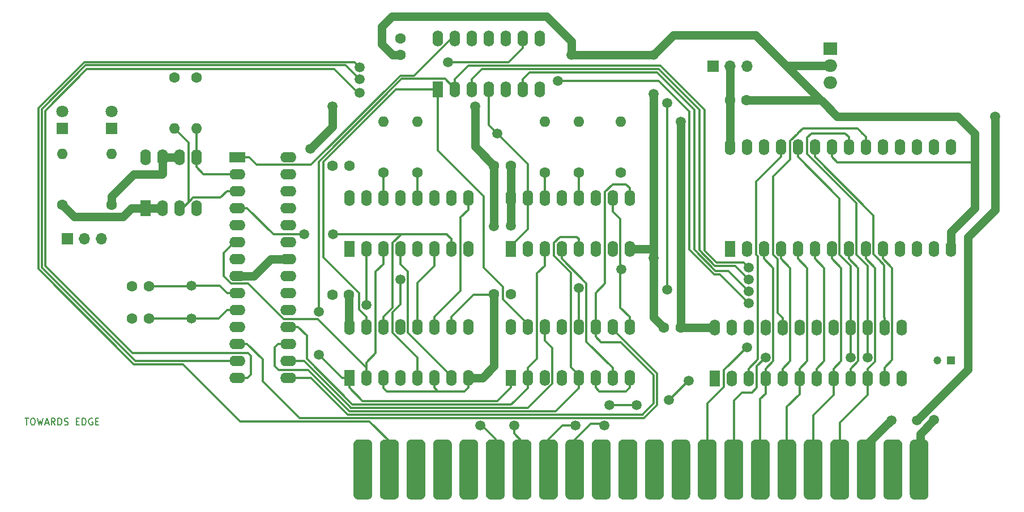
<source format=gtl>
G04 #@! TF.GenerationSoftware,KiCad,Pcbnew,(5.1.5-0)*
G04 #@! TF.CreationDate,2021-03-10T11:48:28+01:00*
G04 #@! TF.ProjectId,Apple1Serial,4170706c-6531-4536-9572-69616c2e6b69,rev?*
G04 #@! TF.SameCoordinates,Original*
G04 #@! TF.FileFunction,Copper,L1,Top*
G04 #@! TF.FilePolarity,Positive*
%FSLAX46Y46*%
G04 Gerber Fmt 4.6, Leading zero omitted, Abs format (unit mm)*
G04 Created by KiCad (PCBNEW (5.1.5-0)) date 2021-03-10 11:48:28*
%MOMM*%
%LPD*%
G04 APERTURE LIST*
%ADD10C,0.150000*%
%ADD11O,1.600000X2.400000*%
%ADD12R,1.600000X2.400000*%
%ADD13O,2.400000X1.600000*%
%ADD14R,2.400000X1.600000*%
%ADD15C,1.600000*%
%ADD16O,1.600000X1.600000*%
%ADD17C,1.200000*%
%ADD18R,1.200000X1.200000*%
%ADD19C,0.100000*%
%ADD20O,2.000000X1.905000*%
%ADD21R,2.000000X1.905000*%
%ADD22O,1.700000X1.700000*%
%ADD23R,1.700000X1.700000*%
%ADD24C,1.800000*%
%ADD25R,1.800000X1.800000*%
%ADD26C,1.500000*%
%ADD27C,0.300000*%
%ADD28C,1.300000*%
G04 APERTURE END LIST*
D10*
X66310571Y-110450380D02*
X66882000Y-110450380D01*
X66596285Y-111450380D02*
X66596285Y-110450380D01*
X67405809Y-110450380D02*
X67596285Y-110450380D01*
X67691523Y-110498000D01*
X67786761Y-110593238D01*
X67834380Y-110783714D01*
X67834380Y-111117047D01*
X67786761Y-111307523D01*
X67691523Y-111402761D01*
X67596285Y-111450380D01*
X67405809Y-111450380D01*
X67310571Y-111402761D01*
X67215333Y-111307523D01*
X67167714Y-111117047D01*
X67167714Y-110783714D01*
X67215333Y-110593238D01*
X67310571Y-110498000D01*
X67405809Y-110450380D01*
X68167714Y-110450380D02*
X68405809Y-111450380D01*
X68596285Y-110736095D01*
X68786761Y-111450380D01*
X69024857Y-110450380D01*
X69358190Y-111164666D02*
X69834380Y-111164666D01*
X69262952Y-111450380D02*
X69596285Y-110450380D01*
X69929619Y-111450380D01*
X70834380Y-111450380D02*
X70501047Y-110974190D01*
X70262952Y-111450380D02*
X70262952Y-110450380D01*
X70643904Y-110450380D01*
X70739142Y-110498000D01*
X70786761Y-110545619D01*
X70834380Y-110640857D01*
X70834380Y-110783714D01*
X70786761Y-110878952D01*
X70739142Y-110926571D01*
X70643904Y-110974190D01*
X70262952Y-110974190D01*
X71262952Y-111450380D02*
X71262952Y-110450380D01*
X71501047Y-110450380D01*
X71643904Y-110498000D01*
X71739142Y-110593238D01*
X71786761Y-110688476D01*
X71834380Y-110878952D01*
X71834380Y-111021809D01*
X71786761Y-111212285D01*
X71739142Y-111307523D01*
X71643904Y-111402761D01*
X71501047Y-111450380D01*
X71262952Y-111450380D01*
X72215333Y-111402761D02*
X72358190Y-111450380D01*
X72596285Y-111450380D01*
X72691523Y-111402761D01*
X72739142Y-111355142D01*
X72786761Y-111259904D01*
X72786761Y-111164666D01*
X72739142Y-111069428D01*
X72691523Y-111021809D01*
X72596285Y-110974190D01*
X72405809Y-110926571D01*
X72310571Y-110878952D01*
X72262952Y-110831333D01*
X72215333Y-110736095D01*
X72215333Y-110640857D01*
X72262952Y-110545619D01*
X72310571Y-110498000D01*
X72405809Y-110450380D01*
X72643904Y-110450380D01*
X72786761Y-110498000D01*
X73977238Y-110926571D02*
X74310571Y-110926571D01*
X74453428Y-111450380D02*
X73977238Y-111450380D01*
X73977238Y-110450380D01*
X74453428Y-110450380D01*
X74882000Y-111450380D02*
X74882000Y-110450380D01*
X75120095Y-110450380D01*
X75262952Y-110498000D01*
X75358190Y-110593238D01*
X75405809Y-110688476D01*
X75453428Y-110878952D01*
X75453428Y-111021809D01*
X75405809Y-111212285D01*
X75358190Y-111307523D01*
X75262952Y-111402761D01*
X75120095Y-111450380D01*
X74882000Y-111450380D01*
X76405809Y-110498000D02*
X76310571Y-110450380D01*
X76167714Y-110450380D01*
X76024857Y-110498000D01*
X75929619Y-110593238D01*
X75882000Y-110688476D01*
X75834380Y-110878952D01*
X75834380Y-111021809D01*
X75882000Y-111212285D01*
X75929619Y-111307523D01*
X76024857Y-111402761D01*
X76167714Y-111450380D01*
X76262952Y-111450380D01*
X76405809Y-111402761D01*
X76453428Y-111355142D01*
X76453428Y-111021809D01*
X76262952Y-111021809D01*
X76882000Y-110926571D02*
X77215333Y-110926571D01*
X77358190Y-111450380D02*
X76882000Y-111450380D01*
X76882000Y-110450380D01*
X77358190Y-110450380D01*
D11*
X128016000Y-53594000D03*
X143256000Y-61214000D03*
X130556000Y-53594000D03*
X140716000Y-61214000D03*
X133096000Y-53594000D03*
X138176000Y-61214000D03*
X135636000Y-53594000D03*
X135636000Y-61214000D03*
X138176000Y-53594000D03*
X133096000Y-61214000D03*
X140716000Y-53594000D03*
X130556000Y-61214000D03*
X143256000Y-53594000D03*
D12*
X128016000Y-61214000D03*
D11*
X84328000Y-71374000D03*
X91948000Y-78994000D03*
X86868000Y-71374000D03*
X89408000Y-78994000D03*
X89408000Y-71374000D03*
X86868000Y-78994000D03*
X91948000Y-71374000D03*
D12*
X84328000Y-78994000D03*
D11*
X169418000Y-96901000D03*
X197358000Y-104521000D03*
X171958000Y-96901000D03*
X194818000Y-104521000D03*
X174498000Y-96901000D03*
X192278000Y-104521000D03*
X177038000Y-96901000D03*
X189738000Y-104521000D03*
X179578000Y-96901000D03*
X187198000Y-104521000D03*
X182118000Y-96901000D03*
X184658000Y-104521000D03*
X184658000Y-96901000D03*
X182118000Y-104521000D03*
X187198000Y-96901000D03*
X179578000Y-104521000D03*
X189738000Y-96901000D03*
X177038000Y-104521000D03*
X192278000Y-96901000D03*
X174498000Y-104521000D03*
X194818000Y-96901000D03*
X171958000Y-104521000D03*
X197358000Y-96901000D03*
D12*
X169418000Y-104521000D03*
D13*
X105664000Y-71374000D03*
X98044000Y-104394000D03*
X105664000Y-73914000D03*
X98044000Y-101854000D03*
X105664000Y-76454000D03*
X98044000Y-99314000D03*
X105664000Y-78994000D03*
X98044000Y-96774000D03*
X105664000Y-81534000D03*
X98044000Y-94234000D03*
X105664000Y-84074000D03*
X98044000Y-91694000D03*
X105664000Y-86614000D03*
X98044000Y-89154000D03*
X105664000Y-89154000D03*
X98044000Y-86614000D03*
X105664000Y-91694000D03*
X98044000Y-84074000D03*
X105664000Y-94234000D03*
X98044000Y-81534000D03*
X105664000Y-96774000D03*
X98044000Y-78994000D03*
X105664000Y-99314000D03*
X98044000Y-76454000D03*
X105664000Y-101854000D03*
X98044000Y-73914000D03*
X105664000Y-104394000D03*
D14*
X98044000Y-71374000D03*
D11*
X171704000Y-69850000D03*
X204724000Y-85090000D03*
X174244000Y-69850000D03*
X202184000Y-85090000D03*
X176784000Y-69850000D03*
X199644000Y-85090000D03*
X179324000Y-69850000D03*
X197104000Y-85090000D03*
X181864000Y-69850000D03*
X194564000Y-85090000D03*
X184404000Y-69850000D03*
X192024000Y-85090000D03*
X186944000Y-69850000D03*
X189484000Y-85090000D03*
X189484000Y-69850000D03*
X186944000Y-85090000D03*
X192024000Y-69850000D03*
X184404000Y-85090000D03*
X194564000Y-69850000D03*
X181864000Y-85090000D03*
X197104000Y-69850000D03*
X179324000Y-85090000D03*
X199644000Y-69850000D03*
X176784000Y-85090000D03*
X202184000Y-69850000D03*
X174244000Y-85090000D03*
X204724000Y-69850000D03*
D12*
X171704000Y-85090000D03*
D11*
X114808000Y-77470000D03*
X132588000Y-85090000D03*
X117348000Y-77470000D03*
X130048000Y-85090000D03*
X119888000Y-77470000D03*
X127508000Y-85090000D03*
X122428000Y-77470000D03*
X124968000Y-85090000D03*
X124968000Y-77470000D03*
X122428000Y-85090000D03*
X127508000Y-77470000D03*
X119888000Y-85090000D03*
X130048000Y-77470000D03*
X117348000Y-85090000D03*
X132588000Y-77470000D03*
D12*
X114808000Y-85090000D03*
D11*
X138938000Y-77470000D03*
X156718000Y-85090000D03*
X141478000Y-77470000D03*
X154178000Y-85090000D03*
X144018000Y-77470000D03*
X151638000Y-85090000D03*
X146558000Y-77470000D03*
X149098000Y-85090000D03*
X149098000Y-77470000D03*
X146558000Y-85090000D03*
X151638000Y-77470000D03*
X144018000Y-85090000D03*
X154178000Y-77470000D03*
X141478000Y-85090000D03*
X156718000Y-77470000D03*
D12*
X138938000Y-85090000D03*
D11*
X114808000Y-96774000D03*
X132588000Y-104394000D03*
X117348000Y-96774000D03*
X130048000Y-104394000D03*
X119888000Y-96774000D03*
X127508000Y-104394000D03*
X122428000Y-96774000D03*
X124968000Y-104394000D03*
X124968000Y-96774000D03*
X122428000Y-104394000D03*
X127508000Y-96774000D03*
X119888000Y-104394000D03*
X130048000Y-96774000D03*
X117348000Y-104394000D03*
X132588000Y-96774000D03*
D12*
X114808000Y-104394000D03*
D11*
X138938000Y-96774000D03*
X156718000Y-104394000D03*
X141478000Y-96774000D03*
X154178000Y-104394000D03*
X144018000Y-96774000D03*
X151638000Y-104394000D03*
X146558000Y-96774000D03*
X149098000Y-104394000D03*
X149098000Y-96774000D03*
X146558000Y-104394000D03*
X151638000Y-96774000D03*
X144018000Y-104394000D03*
X154178000Y-96774000D03*
X141478000Y-104394000D03*
X156718000Y-96774000D03*
D12*
X138938000Y-104394000D03*
D15*
X136430380Y-91914980D03*
X138930380Y-91914980D03*
D16*
X155397200Y-66029840D03*
D15*
X155397200Y-73649840D03*
D17*
X202703680Y-101803200D03*
D18*
X204703680Y-101803200D03*
D15*
X174209080Y-62870080D03*
X171709080Y-62870080D03*
G04 #@! TA.AperFunction,ConnectorPad*
D19*
G36*
X200766965Y-113617563D02*
G01*
X200834771Y-113627621D01*
X200901264Y-113644277D01*
X200965804Y-113667370D01*
X201027771Y-113696678D01*
X201086566Y-113731918D01*
X201141624Y-113772752D01*
X201192414Y-113818786D01*
X201238448Y-113869576D01*
X201279282Y-113924634D01*
X201314522Y-113983429D01*
X201343830Y-114045396D01*
X201366923Y-114109936D01*
X201383579Y-114176429D01*
X201393637Y-114244235D01*
X201397000Y-114312700D01*
X201397000Y-121907300D01*
X201393637Y-121975765D01*
X201383579Y-122043571D01*
X201366923Y-122110064D01*
X201343830Y-122174604D01*
X201314522Y-122236571D01*
X201279282Y-122295366D01*
X201238448Y-122350424D01*
X201192414Y-122401214D01*
X201141624Y-122447248D01*
X201086566Y-122488082D01*
X201027771Y-122523322D01*
X200965804Y-122552630D01*
X200901264Y-122575723D01*
X200834771Y-122592379D01*
X200766965Y-122602437D01*
X200698500Y-122605800D01*
X199301500Y-122605800D01*
X199233035Y-122602437D01*
X199165229Y-122592379D01*
X199098736Y-122575723D01*
X199034196Y-122552630D01*
X198972229Y-122523322D01*
X198913434Y-122488082D01*
X198858376Y-122447248D01*
X198807586Y-122401214D01*
X198761552Y-122350424D01*
X198720718Y-122295366D01*
X198685478Y-122236571D01*
X198656170Y-122174604D01*
X198633077Y-122110064D01*
X198616421Y-122043571D01*
X198606363Y-121975765D01*
X198603000Y-121907300D01*
X198603000Y-114312700D01*
X198606363Y-114244235D01*
X198616421Y-114176429D01*
X198633077Y-114109936D01*
X198656170Y-114045396D01*
X198685478Y-113983429D01*
X198720718Y-113924634D01*
X198761552Y-113869576D01*
X198807586Y-113818786D01*
X198858376Y-113772752D01*
X198913434Y-113731918D01*
X198972229Y-113696678D01*
X199034196Y-113667370D01*
X199098736Y-113644277D01*
X199165229Y-113627621D01*
X199233035Y-113617563D01*
X199301500Y-113614200D01*
X200698500Y-113614200D01*
X200766965Y-113617563D01*
G37*
G04 #@! TD.AperFunction*
G04 #@! TA.AperFunction,ConnectorPad*
G36*
X196806965Y-113617563D02*
G01*
X196874771Y-113627621D01*
X196941264Y-113644277D01*
X197005804Y-113667370D01*
X197067771Y-113696678D01*
X197126566Y-113731918D01*
X197181624Y-113772752D01*
X197232414Y-113818786D01*
X197278448Y-113869576D01*
X197319282Y-113924634D01*
X197354522Y-113983429D01*
X197383830Y-114045396D01*
X197406923Y-114109936D01*
X197423579Y-114176429D01*
X197433637Y-114244235D01*
X197437000Y-114312700D01*
X197437000Y-121907300D01*
X197433637Y-121975765D01*
X197423579Y-122043571D01*
X197406923Y-122110064D01*
X197383830Y-122174604D01*
X197354522Y-122236571D01*
X197319282Y-122295366D01*
X197278448Y-122350424D01*
X197232414Y-122401214D01*
X197181624Y-122447248D01*
X197126566Y-122488082D01*
X197067771Y-122523322D01*
X197005804Y-122552630D01*
X196941264Y-122575723D01*
X196874771Y-122592379D01*
X196806965Y-122602437D01*
X196738500Y-122605800D01*
X195341500Y-122605800D01*
X195273035Y-122602437D01*
X195205229Y-122592379D01*
X195138736Y-122575723D01*
X195074196Y-122552630D01*
X195012229Y-122523322D01*
X194953434Y-122488082D01*
X194898376Y-122447248D01*
X194847586Y-122401214D01*
X194801552Y-122350424D01*
X194760718Y-122295366D01*
X194725478Y-122236571D01*
X194696170Y-122174604D01*
X194673077Y-122110064D01*
X194656421Y-122043571D01*
X194646363Y-121975765D01*
X194643000Y-121907300D01*
X194643000Y-114312700D01*
X194646363Y-114244235D01*
X194656421Y-114176429D01*
X194673077Y-114109936D01*
X194696170Y-114045396D01*
X194725478Y-113983429D01*
X194760718Y-113924634D01*
X194801552Y-113869576D01*
X194847586Y-113818786D01*
X194898376Y-113772752D01*
X194953434Y-113731918D01*
X195012229Y-113696678D01*
X195074196Y-113667370D01*
X195138736Y-113644277D01*
X195205229Y-113627621D01*
X195273035Y-113617563D01*
X195341500Y-113614200D01*
X196738500Y-113614200D01*
X196806965Y-113617563D01*
G37*
G04 #@! TD.AperFunction*
G04 #@! TA.AperFunction,ConnectorPad*
G36*
X192846965Y-113617563D02*
G01*
X192914771Y-113627621D01*
X192981264Y-113644277D01*
X193045804Y-113667370D01*
X193107771Y-113696678D01*
X193166566Y-113731918D01*
X193221624Y-113772752D01*
X193272414Y-113818786D01*
X193318448Y-113869576D01*
X193359282Y-113924634D01*
X193394522Y-113983429D01*
X193423830Y-114045396D01*
X193446923Y-114109936D01*
X193463579Y-114176429D01*
X193473637Y-114244235D01*
X193477000Y-114312700D01*
X193477000Y-121907300D01*
X193473637Y-121975765D01*
X193463579Y-122043571D01*
X193446923Y-122110064D01*
X193423830Y-122174604D01*
X193394522Y-122236571D01*
X193359282Y-122295366D01*
X193318448Y-122350424D01*
X193272414Y-122401214D01*
X193221624Y-122447248D01*
X193166566Y-122488082D01*
X193107771Y-122523322D01*
X193045804Y-122552630D01*
X192981264Y-122575723D01*
X192914771Y-122592379D01*
X192846965Y-122602437D01*
X192778500Y-122605800D01*
X191381500Y-122605800D01*
X191313035Y-122602437D01*
X191245229Y-122592379D01*
X191178736Y-122575723D01*
X191114196Y-122552630D01*
X191052229Y-122523322D01*
X190993434Y-122488082D01*
X190938376Y-122447248D01*
X190887586Y-122401214D01*
X190841552Y-122350424D01*
X190800718Y-122295366D01*
X190765478Y-122236571D01*
X190736170Y-122174604D01*
X190713077Y-122110064D01*
X190696421Y-122043571D01*
X190686363Y-121975765D01*
X190683000Y-121907300D01*
X190683000Y-114312700D01*
X190686363Y-114244235D01*
X190696421Y-114176429D01*
X190713077Y-114109936D01*
X190736170Y-114045396D01*
X190765478Y-113983429D01*
X190800718Y-113924634D01*
X190841552Y-113869576D01*
X190887586Y-113818786D01*
X190938376Y-113772752D01*
X190993434Y-113731918D01*
X191052229Y-113696678D01*
X191114196Y-113667370D01*
X191178736Y-113644277D01*
X191245229Y-113627621D01*
X191313035Y-113617563D01*
X191381500Y-113614200D01*
X192778500Y-113614200D01*
X192846965Y-113617563D01*
G37*
G04 #@! TD.AperFunction*
G04 #@! TA.AperFunction,ConnectorPad*
G36*
X188886965Y-113617563D02*
G01*
X188954771Y-113627621D01*
X189021264Y-113644277D01*
X189085804Y-113667370D01*
X189147771Y-113696678D01*
X189206566Y-113731918D01*
X189261624Y-113772752D01*
X189312414Y-113818786D01*
X189358448Y-113869576D01*
X189399282Y-113924634D01*
X189434522Y-113983429D01*
X189463830Y-114045396D01*
X189486923Y-114109936D01*
X189503579Y-114176429D01*
X189513637Y-114244235D01*
X189517000Y-114312700D01*
X189517000Y-121907300D01*
X189513637Y-121975765D01*
X189503579Y-122043571D01*
X189486923Y-122110064D01*
X189463830Y-122174604D01*
X189434522Y-122236571D01*
X189399282Y-122295366D01*
X189358448Y-122350424D01*
X189312414Y-122401214D01*
X189261624Y-122447248D01*
X189206566Y-122488082D01*
X189147771Y-122523322D01*
X189085804Y-122552630D01*
X189021264Y-122575723D01*
X188954771Y-122592379D01*
X188886965Y-122602437D01*
X188818500Y-122605800D01*
X187421500Y-122605800D01*
X187353035Y-122602437D01*
X187285229Y-122592379D01*
X187218736Y-122575723D01*
X187154196Y-122552630D01*
X187092229Y-122523322D01*
X187033434Y-122488082D01*
X186978376Y-122447248D01*
X186927586Y-122401214D01*
X186881552Y-122350424D01*
X186840718Y-122295366D01*
X186805478Y-122236571D01*
X186776170Y-122174604D01*
X186753077Y-122110064D01*
X186736421Y-122043571D01*
X186726363Y-121975765D01*
X186723000Y-121907300D01*
X186723000Y-114312700D01*
X186726363Y-114244235D01*
X186736421Y-114176429D01*
X186753077Y-114109936D01*
X186776170Y-114045396D01*
X186805478Y-113983429D01*
X186840718Y-113924634D01*
X186881552Y-113869576D01*
X186927586Y-113818786D01*
X186978376Y-113772752D01*
X187033434Y-113731918D01*
X187092229Y-113696678D01*
X187154196Y-113667370D01*
X187218736Y-113644277D01*
X187285229Y-113627621D01*
X187353035Y-113617563D01*
X187421500Y-113614200D01*
X188818500Y-113614200D01*
X188886965Y-113617563D01*
G37*
G04 #@! TD.AperFunction*
G04 #@! TA.AperFunction,ConnectorPad*
G36*
X184926965Y-113617563D02*
G01*
X184994771Y-113627621D01*
X185061264Y-113644277D01*
X185125804Y-113667370D01*
X185187771Y-113696678D01*
X185246566Y-113731918D01*
X185301624Y-113772752D01*
X185352414Y-113818786D01*
X185398448Y-113869576D01*
X185439282Y-113924634D01*
X185474522Y-113983429D01*
X185503830Y-114045396D01*
X185526923Y-114109936D01*
X185543579Y-114176429D01*
X185553637Y-114244235D01*
X185557000Y-114312700D01*
X185557000Y-121907300D01*
X185553637Y-121975765D01*
X185543579Y-122043571D01*
X185526923Y-122110064D01*
X185503830Y-122174604D01*
X185474522Y-122236571D01*
X185439282Y-122295366D01*
X185398448Y-122350424D01*
X185352414Y-122401214D01*
X185301624Y-122447248D01*
X185246566Y-122488082D01*
X185187771Y-122523322D01*
X185125804Y-122552630D01*
X185061264Y-122575723D01*
X184994771Y-122592379D01*
X184926965Y-122602437D01*
X184858500Y-122605800D01*
X183461500Y-122605800D01*
X183393035Y-122602437D01*
X183325229Y-122592379D01*
X183258736Y-122575723D01*
X183194196Y-122552630D01*
X183132229Y-122523322D01*
X183073434Y-122488082D01*
X183018376Y-122447248D01*
X182967586Y-122401214D01*
X182921552Y-122350424D01*
X182880718Y-122295366D01*
X182845478Y-122236571D01*
X182816170Y-122174604D01*
X182793077Y-122110064D01*
X182776421Y-122043571D01*
X182766363Y-121975765D01*
X182763000Y-121907300D01*
X182763000Y-114312700D01*
X182766363Y-114244235D01*
X182776421Y-114176429D01*
X182793077Y-114109936D01*
X182816170Y-114045396D01*
X182845478Y-113983429D01*
X182880718Y-113924634D01*
X182921552Y-113869576D01*
X182967586Y-113818786D01*
X183018376Y-113772752D01*
X183073434Y-113731918D01*
X183132229Y-113696678D01*
X183194196Y-113667370D01*
X183258736Y-113644277D01*
X183325229Y-113627621D01*
X183393035Y-113617563D01*
X183461500Y-113614200D01*
X184858500Y-113614200D01*
X184926965Y-113617563D01*
G37*
G04 #@! TD.AperFunction*
G04 #@! TA.AperFunction,ConnectorPad*
G36*
X180966965Y-113617563D02*
G01*
X181034771Y-113627621D01*
X181101264Y-113644277D01*
X181165804Y-113667370D01*
X181227771Y-113696678D01*
X181286566Y-113731918D01*
X181341624Y-113772752D01*
X181392414Y-113818786D01*
X181438448Y-113869576D01*
X181479282Y-113924634D01*
X181514522Y-113983429D01*
X181543830Y-114045396D01*
X181566923Y-114109936D01*
X181583579Y-114176429D01*
X181593637Y-114244235D01*
X181597000Y-114312700D01*
X181597000Y-121907300D01*
X181593637Y-121975765D01*
X181583579Y-122043571D01*
X181566923Y-122110064D01*
X181543830Y-122174604D01*
X181514522Y-122236571D01*
X181479282Y-122295366D01*
X181438448Y-122350424D01*
X181392414Y-122401214D01*
X181341624Y-122447248D01*
X181286566Y-122488082D01*
X181227771Y-122523322D01*
X181165804Y-122552630D01*
X181101264Y-122575723D01*
X181034771Y-122592379D01*
X180966965Y-122602437D01*
X180898500Y-122605800D01*
X179501500Y-122605800D01*
X179433035Y-122602437D01*
X179365229Y-122592379D01*
X179298736Y-122575723D01*
X179234196Y-122552630D01*
X179172229Y-122523322D01*
X179113434Y-122488082D01*
X179058376Y-122447248D01*
X179007586Y-122401214D01*
X178961552Y-122350424D01*
X178920718Y-122295366D01*
X178885478Y-122236571D01*
X178856170Y-122174604D01*
X178833077Y-122110064D01*
X178816421Y-122043571D01*
X178806363Y-121975765D01*
X178803000Y-121907300D01*
X178803000Y-114312700D01*
X178806363Y-114244235D01*
X178816421Y-114176429D01*
X178833077Y-114109936D01*
X178856170Y-114045396D01*
X178885478Y-113983429D01*
X178920718Y-113924634D01*
X178961552Y-113869576D01*
X179007586Y-113818786D01*
X179058376Y-113772752D01*
X179113434Y-113731918D01*
X179172229Y-113696678D01*
X179234196Y-113667370D01*
X179298736Y-113644277D01*
X179365229Y-113627621D01*
X179433035Y-113617563D01*
X179501500Y-113614200D01*
X180898500Y-113614200D01*
X180966965Y-113617563D01*
G37*
G04 #@! TD.AperFunction*
G04 #@! TA.AperFunction,ConnectorPad*
G36*
X177006965Y-113617563D02*
G01*
X177074771Y-113627621D01*
X177141264Y-113644277D01*
X177205804Y-113667370D01*
X177267771Y-113696678D01*
X177326566Y-113731918D01*
X177381624Y-113772752D01*
X177432414Y-113818786D01*
X177478448Y-113869576D01*
X177519282Y-113924634D01*
X177554522Y-113983429D01*
X177583830Y-114045396D01*
X177606923Y-114109936D01*
X177623579Y-114176429D01*
X177633637Y-114244235D01*
X177637000Y-114312700D01*
X177637000Y-121907300D01*
X177633637Y-121975765D01*
X177623579Y-122043571D01*
X177606923Y-122110064D01*
X177583830Y-122174604D01*
X177554522Y-122236571D01*
X177519282Y-122295366D01*
X177478448Y-122350424D01*
X177432414Y-122401214D01*
X177381624Y-122447248D01*
X177326566Y-122488082D01*
X177267771Y-122523322D01*
X177205804Y-122552630D01*
X177141264Y-122575723D01*
X177074771Y-122592379D01*
X177006965Y-122602437D01*
X176938500Y-122605800D01*
X175541500Y-122605800D01*
X175473035Y-122602437D01*
X175405229Y-122592379D01*
X175338736Y-122575723D01*
X175274196Y-122552630D01*
X175212229Y-122523322D01*
X175153434Y-122488082D01*
X175098376Y-122447248D01*
X175047586Y-122401214D01*
X175001552Y-122350424D01*
X174960718Y-122295366D01*
X174925478Y-122236571D01*
X174896170Y-122174604D01*
X174873077Y-122110064D01*
X174856421Y-122043571D01*
X174846363Y-121975765D01*
X174843000Y-121907300D01*
X174843000Y-114312700D01*
X174846363Y-114244235D01*
X174856421Y-114176429D01*
X174873077Y-114109936D01*
X174896170Y-114045396D01*
X174925478Y-113983429D01*
X174960718Y-113924634D01*
X175001552Y-113869576D01*
X175047586Y-113818786D01*
X175098376Y-113772752D01*
X175153434Y-113731918D01*
X175212229Y-113696678D01*
X175274196Y-113667370D01*
X175338736Y-113644277D01*
X175405229Y-113627621D01*
X175473035Y-113617563D01*
X175541500Y-113614200D01*
X176938500Y-113614200D01*
X177006965Y-113617563D01*
G37*
G04 #@! TD.AperFunction*
G04 #@! TA.AperFunction,ConnectorPad*
G36*
X173046965Y-113617563D02*
G01*
X173114771Y-113627621D01*
X173181264Y-113644277D01*
X173245804Y-113667370D01*
X173307771Y-113696678D01*
X173366566Y-113731918D01*
X173421624Y-113772752D01*
X173472414Y-113818786D01*
X173518448Y-113869576D01*
X173559282Y-113924634D01*
X173594522Y-113983429D01*
X173623830Y-114045396D01*
X173646923Y-114109936D01*
X173663579Y-114176429D01*
X173673637Y-114244235D01*
X173677000Y-114312700D01*
X173677000Y-121907300D01*
X173673637Y-121975765D01*
X173663579Y-122043571D01*
X173646923Y-122110064D01*
X173623830Y-122174604D01*
X173594522Y-122236571D01*
X173559282Y-122295366D01*
X173518448Y-122350424D01*
X173472414Y-122401214D01*
X173421624Y-122447248D01*
X173366566Y-122488082D01*
X173307771Y-122523322D01*
X173245804Y-122552630D01*
X173181264Y-122575723D01*
X173114771Y-122592379D01*
X173046965Y-122602437D01*
X172978500Y-122605800D01*
X171581500Y-122605800D01*
X171513035Y-122602437D01*
X171445229Y-122592379D01*
X171378736Y-122575723D01*
X171314196Y-122552630D01*
X171252229Y-122523322D01*
X171193434Y-122488082D01*
X171138376Y-122447248D01*
X171087586Y-122401214D01*
X171041552Y-122350424D01*
X171000718Y-122295366D01*
X170965478Y-122236571D01*
X170936170Y-122174604D01*
X170913077Y-122110064D01*
X170896421Y-122043571D01*
X170886363Y-121975765D01*
X170883000Y-121907300D01*
X170883000Y-114312700D01*
X170886363Y-114244235D01*
X170896421Y-114176429D01*
X170913077Y-114109936D01*
X170936170Y-114045396D01*
X170965478Y-113983429D01*
X171000718Y-113924634D01*
X171041552Y-113869576D01*
X171087586Y-113818786D01*
X171138376Y-113772752D01*
X171193434Y-113731918D01*
X171252229Y-113696678D01*
X171314196Y-113667370D01*
X171378736Y-113644277D01*
X171445229Y-113627621D01*
X171513035Y-113617563D01*
X171581500Y-113614200D01*
X172978500Y-113614200D01*
X173046965Y-113617563D01*
G37*
G04 #@! TD.AperFunction*
G04 #@! TA.AperFunction,ConnectorPad*
G36*
X169086965Y-113617563D02*
G01*
X169154771Y-113627621D01*
X169221264Y-113644277D01*
X169285804Y-113667370D01*
X169347771Y-113696678D01*
X169406566Y-113731918D01*
X169461624Y-113772752D01*
X169512414Y-113818786D01*
X169558448Y-113869576D01*
X169599282Y-113924634D01*
X169634522Y-113983429D01*
X169663830Y-114045396D01*
X169686923Y-114109936D01*
X169703579Y-114176429D01*
X169713637Y-114244235D01*
X169717000Y-114312700D01*
X169717000Y-121907300D01*
X169713637Y-121975765D01*
X169703579Y-122043571D01*
X169686923Y-122110064D01*
X169663830Y-122174604D01*
X169634522Y-122236571D01*
X169599282Y-122295366D01*
X169558448Y-122350424D01*
X169512414Y-122401214D01*
X169461624Y-122447248D01*
X169406566Y-122488082D01*
X169347771Y-122523322D01*
X169285804Y-122552630D01*
X169221264Y-122575723D01*
X169154771Y-122592379D01*
X169086965Y-122602437D01*
X169018500Y-122605800D01*
X167621500Y-122605800D01*
X167553035Y-122602437D01*
X167485229Y-122592379D01*
X167418736Y-122575723D01*
X167354196Y-122552630D01*
X167292229Y-122523322D01*
X167233434Y-122488082D01*
X167178376Y-122447248D01*
X167127586Y-122401214D01*
X167081552Y-122350424D01*
X167040718Y-122295366D01*
X167005478Y-122236571D01*
X166976170Y-122174604D01*
X166953077Y-122110064D01*
X166936421Y-122043571D01*
X166926363Y-121975765D01*
X166923000Y-121907300D01*
X166923000Y-114312700D01*
X166926363Y-114244235D01*
X166936421Y-114176429D01*
X166953077Y-114109936D01*
X166976170Y-114045396D01*
X167005478Y-113983429D01*
X167040718Y-113924634D01*
X167081552Y-113869576D01*
X167127586Y-113818786D01*
X167178376Y-113772752D01*
X167233434Y-113731918D01*
X167292229Y-113696678D01*
X167354196Y-113667370D01*
X167418736Y-113644277D01*
X167485229Y-113627621D01*
X167553035Y-113617563D01*
X167621500Y-113614200D01*
X169018500Y-113614200D01*
X169086965Y-113617563D01*
G37*
G04 #@! TD.AperFunction*
G04 #@! TA.AperFunction,ConnectorPad*
G36*
X165126965Y-113617563D02*
G01*
X165194771Y-113627621D01*
X165261264Y-113644277D01*
X165325804Y-113667370D01*
X165387771Y-113696678D01*
X165446566Y-113731918D01*
X165501624Y-113772752D01*
X165552414Y-113818786D01*
X165598448Y-113869576D01*
X165639282Y-113924634D01*
X165674522Y-113983429D01*
X165703830Y-114045396D01*
X165726923Y-114109936D01*
X165743579Y-114176429D01*
X165753637Y-114244235D01*
X165757000Y-114312700D01*
X165757000Y-121907300D01*
X165753637Y-121975765D01*
X165743579Y-122043571D01*
X165726923Y-122110064D01*
X165703830Y-122174604D01*
X165674522Y-122236571D01*
X165639282Y-122295366D01*
X165598448Y-122350424D01*
X165552414Y-122401214D01*
X165501624Y-122447248D01*
X165446566Y-122488082D01*
X165387771Y-122523322D01*
X165325804Y-122552630D01*
X165261264Y-122575723D01*
X165194771Y-122592379D01*
X165126965Y-122602437D01*
X165058500Y-122605800D01*
X163661500Y-122605800D01*
X163593035Y-122602437D01*
X163525229Y-122592379D01*
X163458736Y-122575723D01*
X163394196Y-122552630D01*
X163332229Y-122523322D01*
X163273434Y-122488082D01*
X163218376Y-122447248D01*
X163167586Y-122401214D01*
X163121552Y-122350424D01*
X163080718Y-122295366D01*
X163045478Y-122236571D01*
X163016170Y-122174604D01*
X162993077Y-122110064D01*
X162976421Y-122043571D01*
X162966363Y-121975765D01*
X162963000Y-121907300D01*
X162963000Y-114312700D01*
X162966363Y-114244235D01*
X162976421Y-114176429D01*
X162993077Y-114109936D01*
X163016170Y-114045396D01*
X163045478Y-113983429D01*
X163080718Y-113924634D01*
X163121552Y-113869576D01*
X163167586Y-113818786D01*
X163218376Y-113772752D01*
X163273434Y-113731918D01*
X163332229Y-113696678D01*
X163394196Y-113667370D01*
X163458736Y-113644277D01*
X163525229Y-113627621D01*
X163593035Y-113617563D01*
X163661500Y-113614200D01*
X165058500Y-113614200D01*
X165126965Y-113617563D01*
G37*
G04 #@! TD.AperFunction*
G04 #@! TA.AperFunction,ConnectorPad*
G36*
X161166965Y-113617563D02*
G01*
X161234771Y-113627621D01*
X161301264Y-113644277D01*
X161365804Y-113667370D01*
X161427771Y-113696678D01*
X161486566Y-113731918D01*
X161541624Y-113772752D01*
X161592414Y-113818786D01*
X161638448Y-113869576D01*
X161679282Y-113924634D01*
X161714522Y-113983429D01*
X161743830Y-114045396D01*
X161766923Y-114109936D01*
X161783579Y-114176429D01*
X161793637Y-114244235D01*
X161797000Y-114312700D01*
X161797000Y-121907300D01*
X161793637Y-121975765D01*
X161783579Y-122043571D01*
X161766923Y-122110064D01*
X161743830Y-122174604D01*
X161714522Y-122236571D01*
X161679282Y-122295366D01*
X161638448Y-122350424D01*
X161592414Y-122401214D01*
X161541624Y-122447248D01*
X161486566Y-122488082D01*
X161427771Y-122523322D01*
X161365804Y-122552630D01*
X161301264Y-122575723D01*
X161234771Y-122592379D01*
X161166965Y-122602437D01*
X161098500Y-122605800D01*
X159701500Y-122605800D01*
X159633035Y-122602437D01*
X159565229Y-122592379D01*
X159498736Y-122575723D01*
X159434196Y-122552630D01*
X159372229Y-122523322D01*
X159313434Y-122488082D01*
X159258376Y-122447248D01*
X159207586Y-122401214D01*
X159161552Y-122350424D01*
X159120718Y-122295366D01*
X159085478Y-122236571D01*
X159056170Y-122174604D01*
X159033077Y-122110064D01*
X159016421Y-122043571D01*
X159006363Y-121975765D01*
X159003000Y-121907300D01*
X159003000Y-114312700D01*
X159006363Y-114244235D01*
X159016421Y-114176429D01*
X159033077Y-114109936D01*
X159056170Y-114045396D01*
X159085478Y-113983429D01*
X159120718Y-113924634D01*
X159161552Y-113869576D01*
X159207586Y-113818786D01*
X159258376Y-113772752D01*
X159313434Y-113731918D01*
X159372229Y-113696678D01*
X159434196Y-113667370D01*
X159498736Y-113644277D01*
X159565229Y-113627621D01*
X159633035Y-113617563D01*
X159701500Y-113614200D01*
X161098500Y-113614200D01*
X161166965Y-113617563D01*
G37*
G04 #@! TD.AperFunction*
G04 #@! TA.AperFunction,ConnectorPad*
G36*
X157206965Y-113617563D02*
G01*
X157274771Y-113627621D01*
X157341264Y-113644277D01*
X157405804Y-113667370D01*
X157467771Y-113696678D01*
X157526566Y-113731918D01*
X157581624Y-113772752D01*
X157632414Y-113818786D01*
X157678448Y-113869576D01*
X157719282Y-113924634D01*
X157754522Y-113983429D01*
X157783830Y-114045396D01*
X157806923Y-114109936D01*
X157823579Y-114176429D01*
X157833637Y-114244235D01*
X157837000Y-114312700D01*
X157837000Y-121907300D01*
X157833637Y-121975765D01*
X157823579Y-122043571D01*
X157806923Y-122110064D01*
X157783830Y-122174604D01*
X157754522Y-122236571D01*
X157719282Y-122295366D01*
X157678448Y-122350424D01*
X157632414Y-122401214D01*
X157581624Y-122447248D01*
X157526566Y-122488082D01*
X157467771Y-122523322D01*
X157405804Y-122552630D01*
X157341264Y-122575723D01*
X157274771Y-122592379D01*
X157206965Y-122602437D01*
X157138500Y-122605800D01*
X155741500Y-122605800D01*
X155673035Y-122602437D01*
X155605229Y-122592379D01*
X155538736Y-122575723D01*
X155474196Y-122552630D01*
X155412229Y-122523322D01*
X155353434Y-122488082D01*
X155298376Y-122447248D01*
X155247586Y-122401214D01*
X155201552Y-122350424D01*
X155160718Y-122295366D01*
X155125478Y-122236571D01*
X155096170Y-122174604D01*
X155073077Y-122110064D01*
X155056421Y-122043571D01*
X155046363Y-121975765D01*
X155043000Y-121907300D01*
X155043000Y-114312700D01*
X155046363Y-114244235D01*
X155056421Y-114176429D01*
X155073077Y-114109936D01*
X155096170Y-114045396D01*
X155125478Y-113983429D01*
X155160718Y-113924634D01*
X155201552Y-113869576D01*
X155247586Y-113818786D01*
X155298376Y-113772752D01*
X155353434Y-113731918D01*
X155412229Y-113696678D01*
X155474196Y-113667370D01*
X155538736Y-113644277D01*
X155605229Y-113627621D01*
X155673035Y-113617563D01*
X155741500Y-113614200D01*
X157138500Y-113614200D01*
X157206965Y-113617563D01*
G37*
G04 #@! TD.AperFunction*
G04 #@! TA.AperFunction,ConnectorPad*
G36*
X153246965Y-113617563D02*
G01*
X153314771Y-113627621D01*
X153381264Y-113644277D01*
X153445804Y-113667370D01*
X153507771Y-113696678D01*
X153566566Y-113731918D01*
X153621624Y-113772752D01*
X153672414Y-113818786D01*
X153718448Y-113869576D01*
X153759282Y-113924634D01*
X153794522Y-113983429D01*
X153823830Y-114045396D01*
X153846923Y-114109936D01*
X153863579Y-114176429D01*
X153873637Y-114244235D01*
X153877000Y-114312700D01*
X153877000Y-121907300D01*
X153873637Y-121975765D01*
X153863579Y-122043571D01*
X153846923Y-122110064D01*
X153823830Y-122174604D01*
X153794522Y-122236571D01*
X153759282Y-122295366D01*
X153718448Y-122350424D01*
X153672414Y-122401214D01*
X153621624Y-122447248D01*
X153566566Y-122488082D01*
X153507771Y-122523322D01*
X153445804Y-122552630D01*
X153381264Y-122575723D01*
X153314771Y-122592379D01*
X153246965Y-122602437D01*
X153178500Y-122605800D01*
X151781500Y-122605800D01*
X151713035Y-122602437D01*
X151645229Y-122592379D01*
X151578736Y-122575723D01*
X151514196Y-122552630D01*
X151452229Y-122523322D01*
X151393434Y-122488082D01*
X151338376Y-122447248D01*
X151287586Y-122401214D01*
X151241552Y-122350424D01*
X151200718Y-122295366D01*
X151165478Y-122236571D01*
X151136170Y-122174604D01*
X151113077Y-122110064D01*
X151096421Y-122043571D01*
X151086363Y-121975765D01*
X151083000Y-121907300D01*
X151083000Y-114312700D01*
X151086363Y-114244235D01*
X151096421Y-114176429D01*
X151113077Y-114109936D01*
X151136170Y-114045396D01*
X151165478Y-113983429D01*
X151200718Y-113924634D01*
X151241552Y-113869576D01*
X151287586Y-113818786D01*
X151338376Y-113772752D01*
X151393434Y-113731918D01*
X151452229Y-113696678D01*
X151514196Y-113667370D01*
X151578736Y-113644277D01*
X151645229Y-113627621D01*
X151713035Y-113617563D01*
X151781500Y-113614200D01*
X153178500Y-113614200D01*
X153246965Y-113617563D01*
G37*
G04 #@! TD.AperFunction*
G04 #@! TA.AperFunction,ConnectorPad*
G36*
X149286965Y-113617563D02*
G01*
X149354771Y-113627621D01*
X149421264Y-113644277D01*
X149485804Y-113667370D01*
X149547771Y-113696678D01*
X149606566Y-113731918D01*
X149661624Y-113772752D01*
X149712414Y-113818786D01*
X149758448Y-113869576D01*
X149799282Y-113924634D01*
X149834522Y-113983429D01*
X149863830Y-114045396D01*
X149886923Y-114109936D01*
X149903579Y-114176429D01*
X149913637Y-114244235D01*
X149917000Y-114312700D01*
X149917000Y-121907300D01*
X149913637Y-121975765D01*
X149903579Y-122043571D01*
X149886923Y-122110064D01*
X149863830Y-122174604D01*
X149834522Y-122236571D01*
X149799282Y-122295366D01*
X149758448Y-122350424D01*
X149712414Y-122401214D01*
X149661624Y-122447248D01*
X149606566Y-122488082D01*
X149547771Y-122523322D01*
X149485804Y-122552630D01*
X149421264Y-122575723D01*
X149354771Y-122592379D01*
X149286965Y-122602437D01*
X149218500Y-122605800D01*
X147821500Y-122605800D01*
X147753035Y-122602437D01*
X147685229Y-122592379D01*
X147618736Y-122575723D01*
X147554196Y-122552630D01*
X147492229Y-122523322D01*
X147433434Y-122488082D01*
X147378376Y-122447248D01*
X147327586Y-122401214D01*
X147281552Y-122350424D01*
X147240718Y-122295366D01*
X147205478Y-122236571D01*
X147176170Y-122174604D01*
X147153077Y-122110064D01*
X147136421Y-122043571D01*
X147126363Y-121975765D01*
X147123000Y-121907300D01*
X147123000Y-114312700D01*
X147126363Y-114244235D01*
X147136421Y-114176429D01*
X147153077Y-114109936D01*
X147176170Y-114045396D01*
X147205478Y-113983429D01*
X147240718Y-113924634D01*
X147281552Y-113869576D01*
X147327586Y-113818786D01*
X147378376Y-113772752D01*
X147433434Y-113731918D01*
X147492229Y-113696678D01*
X147554196Y-113667370D01*
X147618736Y-113644277D01*
X147685229Y-113627621D01*
X147753035Y-113617563D01*
X147821500Y-113614200D01*
X149218500Y-113614200D01*
X149286965Y-113617563D01*
G37*
G04 #@! TD.AperFunction*
G04 #@! TA.AperFunction,ConnectorPad*
G36*
X145326965Y-113617563D02*
G01*
X145394771Y-113627621D01*
X145461264Y-113644277D01*
X145525804Y-113667370D01*
X145587771Y-113696678D01*
X145646566Y-113731918D01*
X145701624Y-113772752D01*
X145752414Y-113818786D01*
X145798448Y-113869576D01*
X145839282Y-113924634D01*
X145874522Y-113983429D01*
X145903830Y-114045396D01*
X145926923Y-114109936D01*
X145943579Y-114176429D01*
X145953637Y-114244235D01*
X145957000Y-114312700D01*
X145957000Y-121907300D01*
X145953637Y-121975765D01*
X145943579Y-122043571D01*
X145926923Y-122110064D01*
X145903830Y-122174604D01*
X145874522Y-122236571D01*
X145839282Y-122295366D01*
X145798448Y-122350424D01*
X145752414Y-122401214D01*
X145701624Y-122447248D01*
X145646566Y-122488082D01*
X145587771Y-122523322D01*
X145525804Y-122552630D01*
X145461264Y-122575723D01*
X145394771Y-122592379D01*
X145326965Y-122602437D01*
X145258500Y-122605800D01*
X143861500Y-122605800D01*
X143793035Y-122602437D01*
X143725229Y-122592379D01*
X143658736Y-122575723D01*
X143594196Y-122552630D01*
X143532229Y-122523322D01*
X143473434Y-122488082D01*
X143418376Y-122447248D01*
X143367586Y-122401214D01*
X143321552Y-122350424D01*
X143280718Y-122295366D01*
X143245478Y-122236571D01*
X143216170Y-122174604D01*
X143193077Y-122110064D01*
X143176421Y-122043571D01*
X143166363Y-121975765D01*
X143163000Y-121907300D01*
X143163000Y-114312700D01*
X143166363Y-114244235D01*
X143176421Y-114176429D01*
X143193077Y-114109936D01*
X143216170Y-114045396D01*
X143245478Y-113983429D01*
X143280718Y-113924634D01*
X143321552Y-113869576D01*
X143367586Y-113818786D01*
X143418376Y-113772752D01*
X143473434Y-113731918D01*
X143532229Y-113696678D01*
X143594196Y-113667370D01*
X143658736Y-113644277D01*
X143725229Y-113627621D01*
X143793035Y-113617563D01*
X143861500Y-113614200D01*
X145258500Y-113614200D01*
X145326965Y-113617563D01*
G37*
G04 #@! TD.AperFunction*
G04 #@! TA.AperFunction,ConnectorPad*
G36*
X141366965Y-113617563D02*
G01*
X141434771Y-113627621D01*
X141501264Y-113644277D01*
X141565804Y-113667370D01*
X141627771Y-113696678D01*
X141686566Y-113731918D01*
X141741624Y-113772752D01*
X141792414Y-113818786D01*
X141838448Y-113869576D01*
X141879282Y-113924634D01*
X141914522Y-113983429D01*
X141943830Y-114045396D01*
X141966923Y-114109936D01*
X141983579Y-114176429D01*
X141993637Y-114244235D01*
X141997000Y-114312700D01*
X141997000Y-121907300D01*
X141993637Y-121975765D01*
X141983579Y-122043571D01*
X141966923Y-122110064D01*
X141943830Y-122174604D01*
X141914522Y-122236571D01*
X141879282Y-122295366D01*
X141838448Y-122350424D01*
X141792414Y-122401214D01*
X141741624Y-122447248D01*
X141686566Y-122488082D01*
X141627771Y-122523322D01*
X141565804Y-122552630D01*
X141501264Y-122575723D01*
X141434771Y-122592379D01*
X141366965Y-122602437D01*
X141298500Y-122605800D01*
X139901500Y-122605800D01*
X139833035Y-122602437D01*
X139765229Y-122592379D01*
X139698736Y-122575723D01*
X139634196Y-122552630D01*
X139572229Y-122523322D01*
X139513434Y-122488082D01*
X139458376Y-122447248D01*
X139407586Y-122401214D01*
X139361552Y-122350424D01*
X139320718Y-122295366D01*
X139285478Y-122236571D01*
X139256170Y-122174604D01*
X139233077Y-122110064D01*
X139216421Y-122043571D01*
X139206363Y-121975765D01*
X139203000Y-121907300D01*
X139203000Y-114312700D01*
X139206363Y-114244235D01*
X139216421Y-114176429D01*
X139233077Y-114109936D01*
X139256170Y-114045396D01*
X139285478Y-113983429D01*
X139320718Y-113924634D01*
X139361552Y-113869576D01*
X139407586Y-113818786D01*
X139458376Y-113772752D01*
X139513434Y-113731918D01*
X139572229Y-113696678D01*
X139634196Y-113667370D01*
X139698736Y-113644277D01*
X139765229Y-113627621D01*
X139833035Y-113617563D01*
X139901500Y-113614200D01*
X141298500Y-113614200D01*
X141366965Y-113617563D01*
G37*
G04 #@! TD.AperFunction*
G04 #@! TA.AperFunction,ConnectorPad*
G36*
X137406965Y-113617563D02*
G01*
X137474771Y-113627621D01*
X137541264Y-113644277D01*
X137605804Y-113667370D01*
X137667771Y-113696678D01*
X137726566Y-113731918D01*
X137781624Y-113772752D01*
X137832414Y-113818786D01*
X137878448Y-113869576D01*
X137919282Y-113924634D01*
X137954522Y-113983429D01*
X137983830Y-114045396D01*
X138006923Y-114109936D01*
X138023579Y-114176429D01*
X138033637Y-114244235D01*
X138037000Y-114312700D01*
X138037000Y-121907300D01*
X138033637Y-121975765D01*
X138023579Y-122043571D01*
X138006923Y-122110064D01*
X137983830Y-122174604D01*
X137954522Y-122236571D01*
X137919282Y-122295366D01*
X137878448Y-122350424D01*
X137832414Y-122401214D01*
X137781624Y-122447248D01*
X137726566Y-122488082D01*
X137667771Y-122523322D01*
X137605804Y-122552630D01*
X137541264Y-122575723D01*
X137474771Y-122592379D01*
X137406965Y-122602437D01*
X137338500Y-122605800D01*
X135941500Y-122605800D01*
X135873035Y-122602437D01*
X135805229Y-122592379D01*
X135738736Y-122575723D01*
X135674196Y-122552630D01*
X135612229Y-122523322D01*
X135553434Y-122488082D01*
X135498376Y-122447248D01*
X135447586Y-122401214D01*
X135401552Y-122350424D01*
X135360718Y-122295366D01*
X135325478Y-122236571D01*
X135296170Y-122174604D01*
X135273077Y-122110064D01*
X135256421Y-122043571D01*
X135246363Y-121975765D01*
X135243000Y-121907300D01*
X135243000Y-114312700D01*
X135246363Y-114244235D01*
X135256421Y-114176429D01*
X135273077Y-114109936D01*
X135296170Y-114045396D01*
X135325478Y-113983429D01*
X135360718Y-113924634D01*
X135401552Y-113869576D01*
X135447586Y-113818786D01*
X135498376Y-113772752D01*
X135553434Y-113731918D01*
X135612229Y-113696678D01*
X135674196Y-113667370D01*
X135738736Y-113644277D01*
X135805229Y-113627621D01*
X135873035Y-113617563D01*
X135941500Y-113614200D01*
X137338500Y-113614200D01*
X137406965Y-113617563D01*
G37*
G04 #@! TD.AperFunction*
G04 #@! TA.AperFunction,ConnectorPad*
G36*
X133446965Y-113617563D02*
G01*
X133514771Y-113627621D01*
X133581264Y-113644277D01*
X133645804Y-113667370D01*
X133707771Y-113696678D01*
X133766566Y-113731918D01*
X133821624Y-113772752D01*
X133872414Y-113818786D01*
X133918448Y-113869576D01*
X133959282Y-113924634D01*
X133994522Y-113983429D01*
X134023830Y-114045396D01*
X134046923Y-114109936D01*
X134063579Y-114176429D01*
X134073637Y-114244235D01*
X134077000Y-114312700D01*
X134077000Y-121907300D01*
X134073637Y-121975765D01*
X134063579Y-122043571D01*
X134046923Y-122110064D01*
X134023830Y-122174604D01*
X133994522Y-122236571D01*
X133959282Y-122295366D01*
X133918448Y-122350424D01*
X133872414Y-122401214D01*
X133821624Y-122447248D01*
X133766566Y-122488082D01*
X133707771Y-122523322D01*
X133645804Y-122552630D01*
X133581264Y-122575723D01*
X133514771Y-122592379D01*
X133446965Y-122602437D01*
X133378500Y-122605800D01*
X131981500Y-122605800D01*
X131913035Y-122602437D01*
X131845229Y-122592379D01*
X131778736Y-122575723D01*
X131714196Y-122552630D01*
X131652229Y-122523322D01*
X131593434Y-122488082D01*
X131538376Y-122447248D01*
X131487586Y-122401214D01*
X131441552Y-122350424D01*
X131400718Y-122295366D01*
X131365478Y-122236571D01*
X131336170Y-122174604D01*
X131313077Y-122110064D01*
X131296421Y-122043571D01*
X131286363Y-121975765D01*
X131283000Y-121907300D01*
X131283000Y-114312700D01*
X131286363Y-114244235D01*
X131296421Y-114176429D01*
X131313077Y-114109936D01*
X131336170Y-114045396D01*
X131365478Y-113983429D01*
X131400718Y-113924634D01*
X131441552Y-113869576D01*
X131487586Y-113818786D01*
X131538376Y-113772752D01*
X131593434Y-113731918D01*
X131652229Y-113696678D01*
X131714196Y-113667370D01*
X131778736Y-113644277D01*
X131845229Y-113627621D01*
X131913035Y-113617563D01*
X131981500Y-113614200D01*
X133378500Y-113614200D01*
X133446965Y-113617563D01*
G37*
G04 #@! TD.AperFunction*
G04 #@! TA.AperFunction,ConnectorPad*
G36*
X129486965Y-113617563D02*
G01*
X129554771Y-113627621D01*
X129621264Y-113644277D01*
X129685804Y-113667370D01*
X129747771Y-113696678D01*
X129806566Y-113731918D01*
X129861624Y-113772752D01*
X129912414Y-113818786D01*
X129958448Y-113869576D01*
X129999282Y-113924634D01*
X130034522Y-113983429D01*
X130063830Y-114045396D01*
X130086923Y-114109936D01*
X130103579Y-114176429D01*
X130113637Y-114244235D01*
X130117000Y-114312700D01*
X130117000Y-121907300D01*
X130113637Y-121975765D01*
X130103579Y-122043571D01*
X130086923Y-122110064D01*
X130063830Y-122174604D01*
X130034522Y-122236571D01*
X129999282Y-122295366D01*
X129958448Y-122350424D01*
X129912414Y-122401214D01*
X129861624Y-122447248D01*
X129806566Y-122488082D01*
X129747771Y-122523322D01*
X129685804Y-122552630D01*
X129621264Y-122575723D01*
X129554771Y-122592379D01*
X129486965Y-122602437D01*
X129418500Y-122605800D01*
X128021500Y-122605800D01*
X127953035Y-122602437D01*
X127885229Y-122592379D01*
X127818736Y-122575723D01*
X127754196Y-122552630D01*
X127692229Y-122523322D01*
X127633434Y-122488082D01*
X127578376Y-122447248D01*
X127527586Y-122401214D01*
X127481552Y-122350424D01*
X127440718Y-122295366D01*
X127405478Y-122236571D01*
X127376170Y-122174604D01*
X127353077Y-122110064D01*
X127336421Y-122043571D01*
X127326363Y-121975765D01*
X127323000Y-121907300D01*
X127323000Y-114312700D01*
X127326363Y-114244235D01*
X127336421Y-114176429D01*
X127353077Y-114109936D01*
X127376170Y-114045396D01*
X127405478Y-113983429D01*
X127440718Y-113924634D01*
X127481552Y-113869576D01*
X127527586Y-113818786D01*
X127578376Y-113772752D01*
X127633434Y-113731918D01*
X127692229Y-113696678D01*
X127754196Y-113667370D01*
X127818736Y-113644277D01*
X127885229Y-113627621D01*
X127953035Y-113617563D01*
X128021500Y-113614200D01*
X129418500Y-113614200D01*
X129486965Y-113617563D01*
G37*
G04 #@! TD.AperFunction*
G04 #@! TA.AperFunction,ConnectorPad*
G36*
X125526965Y-113617563D02*
G01*
X125594771Y-113627621D01*
X125661264Y-113644277D01*
X125725804Y-113667370D01*
X125787771Y-113696678D01*
X125846566Y-113731918D01*
X125901624Y-113772752D01*
X125952414Y-113818786D01*
X125998448Y-113869576D01*
X126039282Y-113924634D01*
X126074522Y-113983429D01*
X126103830Y-114045396D01*
X126126923Y-114109936D01*
X126143579Y-114176429D01*
X126153637Y-114244235D01*
X126157000Y-114312700D01*
X126157000Y-121907300D01*
X126153637Y-121975765D01*
X126143579Y-122043571D01*
X126126923Y-122110064D01*
X126103830Y-122174604D01*
X126074522Y-122236571D01*
X126039282Y-122295366D01*
X125998448Y-122350424D01*
X125952414Y-122401214D01*
X125901624Y-122447248D01*
X125846566Y-122488082D01*
X125787771Y-122523322D01*
X125725804Y-122552630D01*
X125661264Y-122575723D01*
X125594771Y-122592379D01*
X125526965Y-122602437D01*
X125458500Y-122605800D01*
X124061500Y-122605800D01*
X123993035Y-122602437D01*
X123925229Y-122592379D01*
X123858736Y-122575723D01*
X123794196Y-122552630D01*
X123732229Y-122523322D01*
X123673434Y-122488082D01*
X123618376Y-122447248D01*
X123567586Y-122401214D01*
X123521552Y-122350424D01*
X123480718Y-122295366D01*
X123445478Y-122236571D01*
X123416170Y-122174604D01*
X123393077Y-122110064D01*
X123376421Y-122043571D01*
X123366363Y-121975765D01*
X123363000Y-121907300D01*
X123363000Y-114312700D01*
X123366363Y-114244235D01*
X123376421Y-114176429D01*
X123393077Y-114109936D01*
X123416170Y-114045396D01*
X123445478Y-113983429D01*
X123480718Y-113924634D01*
X123521552Y-113869576D01*
X123567586Y-113818786D01*
X123618376Y-113772752D01*
X123673434Y-113731918D01*
X123732229Y-113696678D01*
X123794196Y-113667370D01*
X123858736Y-113644277D01*
X123925229Y-113627621D01*
X123993035Y-113617563D01*
X124061500Y-113614200D01*
X125458500Y-113614200D01*
X125526965Y-113617563D01*
G37*
G04 #@! TD.AperFunction*
G04 #@! TA.AperFunction,ConnectorPad*
G36*
X121566965Y-113617563D02*
G01*
X121634771Y-113627621D01*
X121701264Y-113644277D01*
X121765804Y-113667370D01*
X121827771Y-113696678D01*
X121886566Y-113731918D01*
X121941624Y-113772752D01*
X121992414Y-113818786D01*
X122038448Y-113869576D01*
X122079282Y-113924634D01*
X122114522Y-113983429D01*
X122143830Y-114045396D01*
X122166923Y-114109936D01*
X122183579Y-114176429D01*
X122193637Y-114244235D01*
X122197000Y-114312700D01*
X122197000Y-121907300D01*
X122193637Y-121975765D01*
X122183579Y-122043571D01*
X122166923Y-122110064D01*
X122143830Y-122174604D01*
X122114522Y-122236571D01*
X122079282Y-122295366D01*
X122038448Y-122350424D01*
X121992414Y-122401214D01*
X121941624Y-122447248D01*
X121886566Y-122488082D01*
X121827771Y-122523322D01*
X121765804Y-122552630D01*
X121701264Y-122575723D01*
X121634771Y-122592379D01*
X121566965Y-122602437D01*
X121498500Y-122605800D01*
X120101500Y-122605800D01*
X120033035Y-122602437D01*
X119965229Y-122592379D01*
X119898736Y-122575723D01*
X119834196Y-122552630D01*
X119772229Y-122523322D01*
X119713434Y-122488082D01*
X119658376Y-122447248D01*
X119607586Y-122401214D01*
X119561552Y-122350424D01*
X119520718Y-122295366D01*
X119485478Y-122236571D01*
X119456170Y-122174604D01*
X119433077Y-122110064D01*
X119416421Y-122043571D01*
X119406363Y-121975765D01*
X119403000Y-121907300D01*
X119403000Y-114312700D01*
X119406363Y-114244235D01*
X119416421Y-114176429D01*
X119433077Y-114109936D01*
X119456170Y-114045396D01*
X119485478Y-113983429D01*
X119520718Y-113924634D01*
X119561552Y-113869576D01*
X119607586Y-113818786D01*
X119658376Y-113772752D01*
X119713434Y-113731918D01*
X119772229Y-113696678D01*
X119834196Y-113667370D01*
X119898736Y-113644277D01*
X119965229Y-113627621D01*
X120033035Y-113617563D01*
X120101500Y-113614200D01*
X121498500Y-113614200D01*
X121566965Y-113617563D01*
G37*
G04 #@! TD.AperFunction*
G04 #@! TA.AperFunction,ConnectorPad*
G36*
X117606965Y-113617563D02*
G01*
X117674771Y-113627621D01*
X117741264Y-113644277D01*
X117805804Y-113667370D01*
X117867771Y-113696678D01*
X117926566Y-113731918D01*
X117981624Y-113772752D01*
X118032414Y-113818786D01*
X118078448Y-113869576D01*
X118119282Y-113924634D01*
X118154522Y-113983429D01*
X118183830Y-114045396D01*
X118206923Y-114109936D01*
X118223579Y-114176429D01*
X118233637Y-114244235D01*
X118237000Y-114312700D01*
X118237000Y-121907300D01*
X118233637Y-121975765D01*
X118223579Y-122043571D01*
X118206923Y-122110064D01*
X118183830Y-122174604D01*
X118154522Y-122236571D01*
X118119282Y-122295366D01*
X118078448Y-122350424D01*
X118032414Y-122401214D01*
X117981624Y-122447248D01*
X117926566Y-122488082D01*
X117867771Y-122523322D01*
X117805804Y-122552630D01*
X117741264Y-122575723D01*
X117674771Y-122592379D01*
X117606965Y-122602437D01*
X117538500Y-122605800D01*
X116141500Y-122605800D01*
X116073035Y-122602437D01*
X116005229Y-122592379D01*
X115938736Y-122575723D01*
X115874196Y-122552630D01*
X115812229Y-122523322D01*
X115753434Y-122488082D01*
X115698376Y-122447248D01*
X115647586Y-122401214D01*
X115601552Y-122350424D01*
X115560718Y-122295366D01*
X115525478Y-122236571D01*
X115496170Y-122174604D01*
X115473077Y-122110064D01*
X115456421Y-122043571D01*
X115446363Y-121975765D01*
X115443000Y-121907300D01*
X115443000Y-114312700D01*
X115446363Y-114244235D01*
X115456421Y-114176429D01*
X115473077Y-114109936D01*
X115496170Y-114045396D01*
X115525478Y-113983429D01*
X115560718Y-113924634D01*
X115601552Y-113869576D01*
X115647586Y-113818786D01*
X115698376Y-113772752D01*
X115753434Y-113731918D01*
X115812229Y-113696678D01*
X115874196Y-113667370D01*
X115938736Y-113644277D01*
X116005229Y-113627621D01*
X116073035Y-113617563D01*
X116141500Y-113614200D01*
X117538500Y-113614200D01*
X117606965Y-113617563D01*
G37*
G04 #@! TD.AperFunction*
D15*
X82336000Y-95504000D03*
X84836000Y-95504000D03*
X82336000Y-90678000D03*
X84836000Y-90678000D03*
X161838000Y-96901000D03*
X164338000Y-96901000D03*
X122428000Y-56094000D03*
X122428000Y-53594000D03*
X112280060Y-91945460D03*
X114780060Y-91945460D03*
X136427840Y-72641460D03*
X138927840Y-72641460D03*
X112313080Y-72644000D03*
X114813080Y-72644000D03*
D20*
X186690000Y-60198000D03*
X186690000Y-57658000D03*
D21*
X186690000Y-55118000D03*
D16*
X71882000Y-70866000D03*
D15*
X71882000Y-78486000D03*
D16*
X79248000Y-70866000D03*
D15*
X79248000Y-78486000D03*
D16*
X91948000Y-67056000D03*
D15*
X91948000Y-59436000D03*
D16*
X88646000Y-67056000D03*
D15*
X88646000Y-59436000D03*
D16*
X124968000Y-66040000D03*
D15*
X124968000Y-73660000D03*
D16*
X119888000Y-66040000D03*
D15*
X119888000Y-73660000D03*
D16*
X149098000Y-66040000D03*
D15*
X149098000Y-73660000D03*
D16*
X144018000Y-66040000D03*
D15*
X144018000Y-73660000D03*
D22*
X174244000Y-57785000D03*
X171704000Y-57785000D03*
D23*
X169164000Y-57785000D03*
D24*
X71882000Y-64516000D03*
D25*
X71882000Y-67056000D03*
D22*
X77724000Y-83566000D03*
X75184000Y-83566000D03*
D23*
X72644000Y-83566000D03*
D24*
X79248000Y-64516000D03*
D25*
X79248000Y-67056000D03*
D26*
X91186000Y-90624000D03*
X91186000Y-95504000D03*
X110236000Y-94488000D03*
X174498000Y-87884000D03*
X110236000Y-100922000D03*
X160323001Y-56084999D03*
X160323001Y-61926999D03*
X148032999Y-56084999D03*
X133604000Y-63754000D03*
X112268000Y-63754000D03*
X108966000Y-70104000D03*
X195820030Y-110757970D03*
X160291780Y-86469220D03*
X136427840Y-81706080D03*
X155448000Y-88138000D03*
X152908000Y-111506000D03*
X148590000Y-111506000D03*
X149098000Y-90932000D03*
X202209400Y-110718600D03*
X138938000Y-81655920D03*
X164338000Y-66022220D03*
X122428000Y-89662000D03*
X108084010Y-82923990D03*
X112402010Y-82923990D03*
X134366000Y-111506000D03*
X139446000Y-111506000D03*
X117348000Y-93472000D03*
X136906000Y-67818000D03*
X192278000Y-101346000D03*
X174244000Y-99822000D03*
X177038000Y-101346000D03*
X189738000Y-101346000D03*
X174498000Y-91440000D03*
X116332000Y-59690000D03*
X174498000Y-89662000D03*
X116332000Y-61722000D03*
X129540000Y-57150000D03*
X116332000Y-57912000D03*
X162306000Y-63246000D03*
X162306000Y-91186000D03*
X153670000Y-108458000D03*
X157734000Y-108458000D03*
X165532500Y-104826500D03*
X162611500Y-107747500D03*
X211328000Y-65278000D03*
X211328000Y-65278000D03*
X199644000Y-110744000D03*
X174498000Y-93218000D03*
X145973800Y-59949080D03*
D27*
X129096001Y-59663999D02*
X122624879Y-59663999D01*
X130556000Y-61123998D02*
X129096001Y-59663999D01*
X122624879Y-59663999D02*
X110236000Y-72052878D01*
X130556000Y-61214000D02*
X130556000Y-61123998D01*
X110236000Y-72052878D02*
X110236000Y-94488000D01*
X110236000Y-94488000D02*
X110236000Y-94488000D01*
X114808000Y-105894000D02*
X116811959Y-107897959D01*
X114808000Y-104394000D02*
X114808000Y-105894000D01*
X138938000Y-105894000D02*
X138938000Y-104394000D01*
X136934041Y-107897959D02*
X138938000Y-105894000D01*
X116811959Y-107897959D02*
X136934041Y-107897959D01*
X173748001Y-87134001D02*
X169684001Y-87134001D01*
X174498000Y-87884000D02*
X173748001Y-87134001D01*
X169684001Y-87134001D02*
X167894000Y-85344000D01*
X167894000Y-85344000D02*
X167894000Y-64262000D01*
X167894000Y-64262000D02*
X161290000Y-57658000D01*
X130556000Y-59714000D02*
X130556000Y-61214000D01*
X132612000Y-57658000D02*
X130556000Y-59714000D01*
X161290000Y-57658000D02*
X132612000Y-57658000D01*
X110236000Y-100922000D02*
X113708000Y-104394000D01*
X113708000Y-104394000D02*
X114808000Y-104394000D01*
X151638000Y-96774000D02*
X151638000Y-91694000D01*
X153027990Y-76593651D02*
X154183641Y-75438000D01*
X153027990Y-90304010D02*
X153027990Y-76593651D01*
X151638000Y-91694000D02*
X153027990Y-90304010D01*
X156186000Y-75438000D02*
X156718000Y-75970000D01*
X156718000Y-75970000D02*
X156718000Y-77470000D01*
X154183641Y-75438000D02*
X156186000Y-75438000D01*
X151638000Y-98274000D02*
X151638000Y-96774000D01*
X152424000Y-99060000D02*
X151638000Y-98274000D01*
X160274000Y-103977120D02*
X155356880Y-99060000D01*
X160274000Y-108204000D02*
X160274000Y-103977120D01*
X158665999Y-109812001D02*
X160274000Y-108204000D01*
X158665999Y-109897999D02*
X158665999Y-109812001D01*
X114606617Y-109897999D02*
X158665999Y-109897999D01*
X109102618Y-104394000D02*
X114606617Y-109897999D01*
X155356880Y-99060000D02*
X152424000Y-99060000D01*
X105664000Y-104394000D02*
X109102618Y-104394000D01*
D28*
X192080000Y-118110000D02*
X192080000Y-114498000D01*
X205740000Y-65278000D02*
X187706000Y-65278000D01*
X204724000Y-85090000D02*
X204724000Y-82590000D01*
X208280000Y-67818000D02*
X205740000Y-65278000D01*
X204724000Y-82590000D02*
X208280000Y-79034000D01*
X180086000Y-57658000D02*
X186690000Y-57658000D01*
X179832000Y-57404000D02*
X180086000Y-57658000D01*
D27*
X186944000Y-71350000D02*
X186944000Y-69850000D01*
X187730000Y-72136000D02*
X186944000Y-71350000D01*
X208280000Y-72136000D02*
X187730000Y-72136000D01*
D28*
X208280000Y-79034000D02*
X208280000Y-72136000D01*
X208280000Y-72136000D02*
X208280000Y-67818000D01*
D27*
X156718000Y-105894000D02*
X156186000Y-106426000D01*
X156718000Y-104394000D02*
X156718000Y-105894000D01*
X151638000Y-105894000D02*
X151638000Y-104394000D01*
X152170000Y-106426000D02*
X151638000Y-105894000D01*
X156186000Y-106426000D02*
X152170000Y-106426000D01*
D28*
X103164000Y-86614000D02*
X105664000Y-86614000D01*
X103084000Y-86614000D02*
X103164000Y-86614000D01*
X100544000Y-89154000D02*
X103084000Y-86614000D01*
X98044000Y-89154000D02*
X100544000Y-89154000D01*
X148032999Y-56084999D02*
X148032999Y-56084999D01*
X160323001Y-56084999D02*
X148032999Y-56084999D01*
D27*
X130048000Y-95274000D02*
X130048000Y-96774000D01*
X133374000Y-91948000D02*
X130048000Y-95274000D01*
X136184000Y-91948000D02*
X133374000Y-91948000D01*
X132588000Y-104394000D02*
X132588000Y-104794000D01*
X127508000Y-104394000D02*
X127508000Y-104794000D01*
D28*
X112268000Y-63754000D02*
X112268000Y-66802000D01*
X112268000Y-66802000D02*
X108966000Y-70104000D01*
X108966000Y-70104000D02*
X108966000Y-70104000D01*
D27*
X132588000Y-105894000D02*
X132056000Y-106426000D01*
X132588000Y-104394000D02*
X132588000Y-105894000D01*
X127508000Y-105894000D02*
X127508000Y-104394000D01*
X128040000Y-106426000D02*
X127508000Y-105894000D01*
X132056000Y-106426000D02*
X128040000Y-106426000D01*
X128040000Y-106426000D02*
X120396000Y-106426000D01*
X119888000Y-105918000D02*
X119888000Y-104394000D01*
X120396000Y-106426000D02*
X119888000Y-105918000D01*
D28*
X119634000Y-51816000D02*
X121158000Y-50292000D01*
X148032999Y-54052999D02*
X148032999Y-56084999D01*
X119634000Y-54431370D02*
X119634000Y-51816000D01*
X144272000Y-50292000D02*
X148032999Y-54052999D01*
X121158000Y-50292000D02*
X144272000Y-50292000D01*
X121296630Y-56094000D02*
X119634000Y-54431370D01*
X122428000Y-56094000D02*
X121296630Y-56094000D01*
X185082180Y-62654180D02*
X179832000Y-57404000D01*
X195025010Y-111552990D02*
X195820030Y-110757970D01*
X192080000Y-114498000D02*
X195025010Y-111552990D01*
X195025010Y-111552990D02*
X195654930Y-110923070D01*
X185298080Y-62870080D02*
X174209080Y-62870080D01*
X185567320Y-63139320D02*
X185298080Y-62870080D01*
X187706000Y-65278000D02*
X185567320Y-63139320D01*
X185567320Y-63139320D02*
X185082180Y-62654180D01*
X160323001Y-95386001D02*
X161838000Y-96901000D01*
X160323001Y-84985119D02*
X160218120Y-85090000D01*
X160218120Y-85090000D02*
X156718000Y-85090000D01*
X160323001Y-61926999D02*
X160323001Y-84985119D01*
X160323001Y-84985119D02*
X160323001Y-95386001D01*
X136430380Y-102651620D02*
X134688000Y-104394000D01*
X134688000Y-104394000D02*
X132588000Y-104394000D01*
X136430380Y-91914980D02*
X136430380Y-102651620D01*
X136427840Y-72641460D02*
X136427840Y-81234920D01*
X136427840Y-81706080D02*
X136427840Y-81706080D01*
X136427840Y-81706080D02*
X136427840Y-81234920D01*
X163278820Y-53129180D02*
X160323001Y-56084999D01*
X175557180Y-53129180D02*
X163278820Y-53129180D01*
X179832000Y-57404000D02*
X175557180Y-53129180D01*
X133604000Y-69817620D02*
X136427840Y-72641460D01*
X133604000Y-69321680D02*
X133604000Y-69817620D01*
X133604000Y-63754000D02*
X133604000Y-69321680D01*
D27*
X98044000Y-99314000D02*
X98444000Y-99314000D01*
X101854000Y-104902000D02*
X101854000Y-101624000D01*
X107357999Y-110405999D02*
X101854000Y-104902000D01*
X160774010Y-108497108D02*
X158865119Y-110405999D01*
X154178000Y-97174000D02*
X160774010Y-103770010D01*
X158865119Y-110405999D02*
X107357999Y-110405999D01*
X160774010Y-103770010D02*
X160774010Y-108497108D01*
X99544000Y-99314000D02*
X98044000Y-99314000D01*
X101854000Y-101624000D02*
X99544000Y-99314000D01*
X154178000Y-96774000D02*
X154178000Y-97174000D01*
X141478000Y-102894000D02*
X142867990Y-101504010D01*
X142867990Y-101504010D02*
X142867990Y-88780010D01*
X141478000Y-104394000D02*
X141478000Y-102894000D01*
X144018000Y-87630000D02*
X144018000Y-85090000D01*
X142867990Y-88780010D02*
X144018000Y-87630000D01*
X108458000Y-98068000D02*
X108458000Y-101573430D01*
X107164000Y-96774000D02*
X108458000Y-98068000D01*
X105664000Y-96774000D02*
X107164000Y-96774000D01*
X108458000Y-101573430D02*
X115282539Y-108397969D01*
X141478000Y-105918000D02*
X139446000Y-107950000D01*
X141478000Y-104394000D02*
X141478000Y-105918000D01*
X139446000Y-107950000D02*
X138998031Y-108397969D01*
X115282539Y-108397969D02*
X138998031Y-108397969D01*
X155328010Y-93884010D02*
X155328010Y-80652010D01*
X156718000Y-95274000D02*
X155328010Y-93884010D01*
X156718000Y-96774000D02*
X156718000Y-95274000D01*
X154178000Y-79502000D02*
X154178000Y-77470000D01*
X155328010Y-80652010D02*
X154178000Y-79502000D01*
X148520000Y-118110000D02*
X148520000Y-113862000D01*
X148520000Y-113614200D02*
X150882200Y-111252000D01*
X148520000Y-118110000D02*
X148520000Y-113614200D01*
X150882200Y-111252000D02*
X152908000Y-111252000D01*
X152908000Y-111252000D02*
X152908000Y-111252000D01*
X154178000Y-104794000D02*
X154178000Y-104394000D01*
X146558000Y-86590000D02*
X146558000Y-85090000D01*
X150248010Y-90280010D02*
X146558000Y-86590000D01*
X150248010Y-98964010D02*
X150248010Y-90280010D01*
X154178000Y-102894000D02*
X150248010Y-98964010D01*
X154178000Y-104394000D02*
X154178000Y-102894000D01*
X144560000Y-118110000D02*
X144560000Y-113614200D01*
X146668200Y-111506000D02*
X148590000Y-111506000D01*
X144560000Y-113614200D02*
X146668200Y-111506000D01*
X145168010Y-99956010D02*
X144018000Y-98806000D01*
X145168010Y-105270349D02*
X145168010Y-99956010D01*
X144018000Y-98806000D02*
X144018000Y-96774000D01*
X115020837Y-108897979D02*
X141540380Y-108897979D01*
X141540380Y-108897979D02*
X145168010Y-105270349D01*
X114808000Y-108685142D02*
X115020837Y-108897979D01*
X114808000Y-108685142D02*
X114808000Y-108630550D01*
X108031450Y-101854000D02*
X105664000Y-101854000D01*
X114808000Y-108630550D02*
X108031450Y-101854000D01*
X149098000Y-83590000D02*
X149098000Y-85090000D01*
X148820000Y-83312000D02*
X149098000Y-83590000D01*
X146309641Y-83312000D02*
X148820000Y-83312000D01*
X145407990Y-84213651D02*
X146309641Y-83312000D01*
X145407990Y-86147110D02*
X145407990Y-84213651D01*
X147947990Y-102843990D02*
X147947990Y-88687110D01*
X147947990Y-88687110D02*
X145407990Y-86147110D01*
X149098000Y-103994000D02*
X147947990Y-102843990D01*
X149098000Y-104394000D02*
X149098000Y-103994000D01*
X104140000Y-99314000D02*
X105664000Y-99314000D01*
X114813727Y-109397989D02*
X108659728Y-103243990D01*
X108659728Y-103243990D02*
X104259990Y-103243990D01*
X104259990Y-103243990D02*
X103632000Y-102616000D01*
X103632000Y-102616000D02*
X103632000Y-99822000D01*
X103632000Y-99822000D02*
X104140000Y-99314000D01*
X145618011Y-109397989D02*
X145465989Y-109397989D01*
X149098000Y-105918000D02*
X145618011Y-109397989D01*
X145465989Y-109397989D02*
X114813727Y-109397989D01*
X149098000Y-104394000D02*
X149098000Y-105918000D01*
X149098000Y-90932000D02*
X149098000Y-96774000D01*
X134874000Y-77216000D02*
X134874000Y-87884000D01*
X128016000Y-70358000D02*
X134874000Y-77216000D01*
X128016000Y-61214000D02*
X128016000Y-70358000D01*
X137780379Y-92676379D02*
X141478000Y-96374000D01*
X141478000Y-96374000D02*
X141478000Y-96774000D01*
X137780379Y-90790379D02*
X137780379Y-92676379D01*
X134874000Y-87884000D02*
X137780379Y-90790379D01*
X117348000Y-95274000D02*
X117348000Y-96774000D01*
X116247999Y-94173999D02*
X117348000Y-95274000D01*
X110903999Y-86367397D02*
X116247999Y-91711397D01*
X110903999Y-72091999D02*
X110903999Y-86367397D01*
X116247999Y-91711397D02*
X116247999Y-94173999D01*
X121781998Y-61214000D02*
X110903999Y-72091999D01*
X128016000Y-61214000D02*
X121781998Y-61214000D01*
D28*
X200000000Y-118110000D02*
X200000000Y-114706000D01*
X200000000Y-114706000D02*
X200152000Y-114554000D01*
X200152000Y-114554000D02*
X200152000Y-112776000D01*
X164338000Y-96901000D02*
X169418000Y-96901000D01*
X200152000Y-112776000D02*
X202209400Y-110718600D01*
X164338000Y-96901000D02*
X164338000Y-66022220D01*
X114780060Y-96746060D02*
X114808000Y-96774000D01*
X114780060Y-91945460D02*
X114780060Y-96746060D01*
X138927840Y-77459840D02*
X138938000Y-77470000D01*
X138927840Y-72641460D02*
X138927840Y-77459840D01*
X138938000Y-77470000D02*
X138938000Y-81655920D01*
X138938000Y-81655920D02*
X138938000Y-81655920D01*
D27*
X124968000Y-96774000D02*
X124968000Y-90170000D01*
X127508000Y-87630000D02*
X127508000Y-85090000D01*
X124968000Y-90170000D02*
X127508000Y-87630000D01*
X121277990Y-94591130D02*
X122428000Y-93441120D01*
X121277990Y-97650349D02*
X121277990Y-94591130D01*
X124968000Y-101340359D02*
X121277990Y-97650349D01*
X124968000Y-104394000D02*
X124968000Y-101340359D01*
X122428000Y-93441120D02*
X122428000Y-89662000D01*
X122428000Y-89662000D02*
X122428000Y-89662000D01*
X119888000Y-95274000D02*
X121277990Y-93884010D01*
X121277990Y-84213651D02*
X122433641Y-83058000D01*
X121277990Y-93884010D02*
X121277990Y-84213651D01*
X119888000Y-96774000D02*
X119888000Y-95274000D01*
X129516000Y-83058000D02*
X130048000Y-83590000D01*
X129381990Y-82923990D02*
X130048000Y-83590000D01*
X130048000Y-83590000D02*
X130048000Y-85090000D01*
X103473990Y-82923990D02*
X108084010Y-82923990D01*
X99544000Y-78994000D02*
X103473990Y-82923990D01*
X98044000Y-78994000D02*
X99544000Y-78994000D01*
X112402010Y-82923990D02*
X129381990Y-82923990D01*
X123578010Y-97650349D02*
X123578010Y-88526010D01*
X130048000Y-104120339D02*
X123578010Y-97650349D01*
X130048000Y-104394000D02*
X130048000Y-104120339D01*
X122428000Y-87376000D02*
X122428000Y-85090000D01*
X123578010Y-88526010D02*
X122428000Y-87376000D01*
X136640000Y-118110000D02*
X136640000Y-114058000D01*
X136640000Y-114058000D02*
X136652000Y-114046000D01*
X136652000Y-114046000D02*
X136640000Y-113804000D01*
X136640000Y-118110000D02*
X136640000Y-113550000D01*
X136640000Y-113550000D02*
X134366000Y-111276000D01*
X134366000Y-111276000D02*
X134366000Y-110998000D01*
X134366000Y-111276000D02*
X134366000Y-111276000D01*
X140600000Y-118110000D02*
X140600000Y-113908000D01*
X140600000Y-113908000D02*
X139446000Y-112754000D01*
X139446000Y-112754000D02*
X139446000Y-111252000D01*
X139446000Y-111252000D02*
X139446000Y-111252000D01*
X117348000Y-104394000D02*
X117348000Y-102108000D01*
X118737990Y-100718010D02*
X118737990Y-88526010D01*
X117348000Y-102108000D02*
X118737990Y-100718010D01*
X119888000Y-87376000D02*
X119888000Y-85090000D01*
X118737990Y-88526010D02*
X119888000Y-87376000D01*
X110077990Y-95623990D02*
X117348000Y-102894000D01*
X105027631Y-95623990D02*
X110077990Y-95623990D01*
X117348000Y-102894000D02*
X117348000Y-104394000D01*
X98044000Y-84074000D02*
X98444000Y-84074000D01*
X104394000Y-94996000D02*
X105027631Y-95623990D01*
X104113990Y-94710349D02*
X104394000Y-94996000D01*
X97644000Y-84074000D02*
X98044000Y-84074000D01*
X96012000Y-85706000D02*
X97644000Y-84074000D01*
X96488349Y-89630349D02*
X96012000Y-89154000D01*
X96493990Y-89630349D02*
X96488349Y-89630349D01*
X97167651Y-90304010D02*
X96493990Y-89630349D01*
X96012000Y-89154000D02*
X96012000Y-85706000D01*
X99702010Y-90304010D02*
X97167651Y-90304010D01*
X104394000Y-94996000D02*
X99702010Y-90304010D01*
X131437990Y-91344010D02*
X131437990Y-80398010D01*
X127508000Y-95274000D02*
X131437990Y-91344010D01*
X127508000Y-96774000D02*
X127508000Y-95274000D01*
X132588000Y-79248000D02*
X132588000Y-77470000D01*
X131437990Y-80398010D02*
X132588000Y-79248000D01*
X117348000Y-93472000D02*
X117348000Y-85090000D01*
X135636000Y-61214000D02*
X135636000Y-66548000D01*
X141478000Y-72390000D02*
X141478000Y-77470000D01*
X135636000Y-66548000D02*
X136906000Y-67818000D01*
X141478000Y-82150000D02*
X138938000Y-84690000D01*
X138938000Y-84690000D02*
X138938000Y-85090000D01*
X141478000Y-77470000D02*
X141478000Y-82150000D01*
X136906000Y-67818000D02*
X141478000Y-72390000D01*
X144018000Y-73660000D02*
X144018000Y-77470000D01*
X149098000Y-73660000D02*
X149098000Y-77470000D01*
X124968000Y-74791370D02*
X124968000Y-77470000D01*
X124968000Y-73660000D02*
X124968000Y-74791370D01*
X119888000Y-73660000D02*
X119888000Y-77470000D01*
X178188010Y-87994010D02*
X176784000Y-86590000D01*
X177038000Y-103021000D02*
X178188010Y-101870990D01*
X176784000Y-86590000D02*
X176784000Y-85090000D01*
X178188010Y-101870990D02*
X178188010Y-87994010D01*
X177038000Y-104521000D02*
X177038000Y-103021000D01*
X176240000Y-107986000D02*
X176240000Y-118110000D01*
X176240000Y-107579600D02*
X176240000Y-107986000D01*
X177038000Y-106781600D02*
X176240000Y-107579600D01*
X177038000Y-104521000D02*
X177038000Y-106781600D01*
X179324000Y-86590000D02*
X179324000Y-85090000D01*
X180728010Y-88018010D02*
X180594000Y-87884000D01*
X180728010Y-101870990D02*
X180728010Y-88018010D01*
X179578000Y-103021000D02*
X180728010Y-101870990D01*
X179578000Y-104521000D02*
X179578000Y-103021000D01*
X180594000Y-87884000D02*
X179324000Y-86590000D01*
X180728010Y-87994010D02*
X180594000Y-87884000D01*
X180200000Y-118110000D02*
X180200000Y-109106000D01*
X181864000Y-86590000D02*
X181864000Y-85090000D01*
X183268010Y-87994010D02*
X181864000Y-86590000D01*
X182118000Y-103021000D02*
X183268010Y-101870990D01*
X183268010Y-101870990D02*
X183268010Y-87994010D01*
X182118000Y-104521000D02*
X182118000Y-103021000D01*
X182118000Y-104521000D02*
X182118000Y-106857800D01*
X180200000Y-108775800D02*
X180200000Y-109106000D01*
X182118000Y-106857800D02*
X180200000Y-108775800D01*
X185808010Y-87994010D02*
X184404000Y-86590000D01*
X184404000Y-86590000D02*
X184404000Y-85090000D01*
X185808010Y-101870990D02*
X185808010Y-87994010D01*
X184658000Y-103021000D02*
X185808010Y-101870990D01*
X184658000Y-104521000D02*
X184658000Y-103021000D01*
X192024000Y-68350000D02*
X192024000Y-69850000D01*
X180713990Y-68973651D02*
X181887661Y-67799980D01*
X180713990Y-71762010D02*
X180713990Y-68973651D01*
X178173990Y-74302010D02*
X180713990Y-71762010D01*
X178173990Y-85966349D02*
X178173990Y-74302010D01*
X178823990Y-86616349D02*
X178173990Y-85966349D01*
X178823990Y-94646990D02*
X178823990Y-86616349D01*
X179578000Y-95401000D02*
X178823990Y-94646990D01*
X179578000Y-96901000D02*
X179578000Y-95401000D01*
X181887661Y-67799980D02*
X181887661Y-67794339D01*
X181887661Y-67794339D02*
X182626000Y-67056000D01*
X190754000Y-67056000D02*
X191516000Y-67818000D01*
X191516000Y-67818000D02*
X192024000Y-68350000D01*
X182626000Y-67056000D02*
X190754000Y-67056000D01*
X191473980Y-67799980D02*
X191516000Y-67818000D01*
X184160000Y-118110000D02*
X184160000Y-113528000D01*
X184160000Y-118110000D02*
X184160000Y-109972000D01*
X187198000Y-106934000D02*
X187198000Y-104521000D01*
X184160000Y-109972000D02*
X187198000Y-106934000D01*
X186944000Y-86590000D02*
X186944000Y-85090000D01*
X188348010Y-87994010D02*
X186944000Y-86590000D01*
X188348010Y-101870990D02*
X188348010Y-87994010D01*
X187198000Y-103021000D02*
X188348010Y-101870990D01*
X187198000Y-104521000D02*
X187198000Y-103021000D01*
X192278000Y-101346000D02*
X192278000Y-96901000D01*
X189484000Y-68350000D02*
X189484000Y-69850000D01*
X188952000Y-67818000D02*
X189484000Y-68350000D01*
X183253990Y-68460010D02*
X183896000Y-67818000D01*
X183896000Y-67818000D02*
X188952000Y-67818000D01*
X190634010Y-78287130D02*
X183253990Y-70907110D01*
X183253990Y-70907110D02*
X183253990Y-68460010D01*
X190634010Y-85966349D02*
X190634010Y-78287130D01*
X192278000Y-87610339D02*
X190634010Y-85966349D01*
X192278000Y-96901000D02*
X192278000Y-87610339D01*
X189484000Y-86590000D02*
X189484000Y-85090000D01*
X190888010Y-87994010D02*
X189484000Y-86590000D01*
X190888010Y-101870990D02*
X190888010Y-87994010D01*
X189738000Y-103021000D02*
X190888010Y-101870990D01*
X189738000Y-104521000D02*
X189738000Y-103021000D01*
X188120000Y-118110000D02*
X188120000Y-113886000D01*
X188120000Y-118110000D02*
X188120000Y-111092000D01*
X192278000Y-106934000D02*
X192278000Y-104521000D01*
X188120000Y-111092000D02*
X192278000Y-106934000D01*
X192278000Y-104521000D02*
X192278000Y-103021000D01*
X192278000Y-103021000D02*
X193373310Y-101925690D01*
X193428010Y-101870990D02*
X193373310Y-101925690D01*
X193428010Y-87994010D02*
X193428010Y-101870990D01*
X192024000Y-86590000D02*
X193428010Y-87994010D01*
X192024000Y-85090000D02*
X192024000Y-86590000D01*
X168320000Y-108249002D02*
X170807990Y-105761012D01*
X170807990Y-105761012D02*
X170807990Y-103258010D01*
X168320000Y-118110000D02*
X168320000Y-108249002D01*
X170807990Y-103258010D02*
X174244000Y-99822000D01*
X174244000Y-99822000D02*
X174244000Y-99822000D01*
X194818000Y-95401000D02*
X194818000Y-96901000D01*
X194792600Y-95375600D02*
X194818000Y-95401000D01*
X194062075Y-86792422D02*
X194792600Y-87536753D01*
X193174010Y-80120010D02*
X193174010Y-85907130D01*
X193174010Y-85907130D02*
X193176783Y-85907130D01*
X193176783Y-85907130D02*
X194062075Y-86792422D01*
X184404000Y-71350000D02*
X193174010Y-80120010D01*
X194792600Y-87536753D02*
X194792600Y-95375600D01*
X184404000Y-69850000D02*
X184404000Y-71350000D01*
X194564000Y-86590000D02*
X194564000Y-85090000D01*
X195968010Y-88018010D02*
X195834000Y-87884000D01*
X195968010Y-87994010D02*
X195834000Y-87884000D01*
X194818000Y-102870000D02*
X195968010Y-101719990D01*
X195968010Y-101719990D02*
X195968010Y-88018010D01*
X195834000Y-87884000D02*
X194564000Y-86590000D01*
X194818000Y-104521000D02*
X194818000Y-102870000D01*
X181864000Y-71350000D02*
X181864000Y-69850000D01*
X188094010Y-85966349D02*
X188094010Y-77580010D01*
X188094010Y-77580010D02*
X181864000Y-71350000D01*
X189738000Y-87610339D02*
X188094010Y-85966349D01*
X189738000Y-96901000D02*
X189738000Y-87610339D01*
X177038000Y-101346000D02*
X177038000Y-101346000D01*
X189738000Y-100285340D02*
X189738000Y-96901000D01*
X189738000Y-101346000D02*
X189738000Y-100285340D01*
X175739990Y-102644010D02*
X177038000Y-101346000D01*
X175739990Y-105869810D02*
X175739990Y-102644010D01*
X175031400Y-106578400D02*
X175739990Y-105869810D01*
X172280000Y-118110000D02*
X172280000Y-107805800D01*
X173507400Y-106578400D02*
X175031400Y-106578400D01*
X172280000Y-107805800D02*
X173507400Y-106578400D01*
X175633990Y-75040010D02*
X179324000Y-71350000D01*
X179324000Y-71350000D02*
X179324000Y-69850000D01*
X175633990Y-85966349D02*
X175633990Y-75040010D01*
X175887990Y-86220349D02*
X175633990Y-85966349D01*
X175887990Y-101631010D02*
X175887990Y-86220349D01*
X174498000Y-103021000D02*
X175887990Y-101631010D01*
X174498000Y-104521000D02*
X174498000Y-103021000D01*
D28*
X171704000Y-67002660D02*
X171704000Y-69850000D01*
X171704000Y-62865000D02*
X171709080Y-62870080D01*
X171704000Y-57785000D02*
X171704000Y-62865000D01*
X171704000Y-64006530D02*
X171704000Y-67002660D01*
X171709080Y-64001450D02*
X171704000Y-64006530D01*
X171709080Y-62870080D02*
X171709080Y-64001450D01*
D27*
X99822000Y-71374000D02*
X98044000Y-71374000D01*
X100972010Y-72524010D02*
X99822000Y-71374000D01*
X109057748Y-72524010D02*
X100972010Y-72524010D01*
X124472370Y-59163989D02*
X122417769Y-59163989D01*
X130042359Y-53594000D02*
X124472370Y-59163989D01*
X122417769Y-59163989D02*
X109057748Y-72524010D01*
X130556000Y-53594000D02*
X130042359Y-53594000D01*
X91948000Y-72874000D02*
X91948000Y-71374000D01*
X92988000Y-73914000D02*
X91948000Y-72874000D01*
X98044000Y-73914000D02*
X92988000Y-73914000D01*
X91948000Y-69874000D02*
X91948000Y-67056000D01*
X91948000Y-71374000D02*
X91948000Y-69874000D01*
X95554010Y-77443990D02*
X91466010Y-77443990D01*
X96544000Y-76454000D02*
X95554010Y-77443990D01*
X89916000Y-78994000D02*
X89408000Y-78994000D01*
X98044000Y-76454000D02*
X96544000Y-76454000D01*
X90797990Y-78112010D02*
X90170000Y-78740000D01*
X90797990Y-69207990D02*
X90797990Y-78112010D01*
X88646000Y-67056000D02*
X90797990Y-69207990D01*
X90170000Y-78740000D02*
X89916000Y-78994000D01*
X91466010Y-77443990D02*
X90170000Y-78740000D01*
X91132000Y-90678000D02*
X91186000Y-90624000D01*
X84836000Y-90678000D02*
X91132000Y-90678000D01*
X91186000Y-90624000D02*
X94942000Y-90624000D01*
X98044000Y-91694000D02*
X96512380Y-91694000D01*
X95442380Y-90624000D02*
X94942000Y-90624000D01*
X96512380Y-91694000D02*
X95442380Y-90624000D01*
X91186000Y-95504000D02*
X95250000Y-95504000D01*
X96520000Y-94234000D02*
X98044000Y-94234000D01*
X95250000Y-95504000D02*
X96520000Y-94234000D01*
X84836000Y-95504000D02*
X91186000Y-95504000D01*
X141771980Y-58658020D02*
X140716000Y-59714000D01*
X140716000Y-59714000D02*
X140716000Y-61214000D01*
X169527760Y-88392000D02*
X166370000Y-85234240D01*
X166370000Y-85234240D02*
X166370000Y-64262000D01*
X160766020Y-58658020D02*
X141771980Y-58658020D01*
X171450000Y-88392000D02*
X169527760Y-88392000D01*
X166370000Y-64262000D02*
X160766020Y-58658020D01*
X174498000Y-91440000D02*
X171450000Y-88392000D01*
X68826010Y-64215110D02*
X75407100Y-57634020D01*
X82804000Y-101854000D02*
X68826010Y-87876010D01*
X75407100Y-57634020D02*
X114276020Y-57634020D01*
X68826010Y-87876010D02*
X68826010Y-64215110D01*
X98044000Y-101854000D02*
X82804000Y-101854000D01*
X114276020Y-57634020D02*
X116332000Y-59690000D01*
X133096000Y-59714000D02*
X133096000Y-61214000D01*
X134651990Y-58158010D02*
X133096000Y-59714000D01*
X161028010Y-58158010D02*
X134651990Y-58158010D01*
X167132000Y-64262000D02*
X161028010Y-58158010D01*
X167132000Y-85289120D02*
X167132000Y-64262000D01*
X169476891Y-87634011D02*
X167132000Y-85289120D01*
X172470011Y-87634011D02*
X169476891Y-87634011D01*
X174498000Y-89662000D02*
X172470011Y-87634011D01*
X69326020Y-64422220D02*
X75582240Y-58166000D01*
X69326020Y-87668900D02*
X69326020Y-64422220D01*
X82361110Y-100703990D02*
X69326020Y-87668900D01*
X99687990Y-100703990D02*
X82361110Y-100703990D01*
X100076000Y-101092000D02*
X99687990Y-100703990D01*
X112522000Y-58166000D02*
X116078000Y-61722000D01*
X75582240Y-58166000D02*
X112522000Y-58166000D01*
X98044000Y-104394000D02*
X99568000Y-104394000D01*
X100076000Y-103886000D02*
X100076000Y-101092000D01*
X99568000Y-104394000D02*
X100076000Y-103886000D01*
X140716000Y-55094000D02*
X138660000Y-57150000D01*
X140716000Y-53594000D02*
X140716000Y-55094000D01*
X138660000Y-57150000D02*
X129540000Y-57150000D01*
X129540000Y-57150000D02*
X129540000Y-57150000D01*
X120800000Y-118110000D02*
X120800000Y-113896000D01*
X120800000Y-113896000D02*
X117810009Y-110906009D01*
X75199990Y-57134010D02*
X115554010Y-57134010D01*
X68326000Y-64008000D02*
X75199990Y-57134010D01*
X115554010Y-57134010D02*
X116332000Y-57912000D01*
X116332000Y-57912000D02*
X116332000Y-57912000D01*
X68326002Y-88083122D02*
X68326002Y-64262002D01*
X68326002Y-64262002D02*
X68326000Y-64262000D01*
X68326000Y-64262000D02*
X68326000Y-64008000D01*
X68326000Y-64516000D02*
X68326000Y-64262000D01*
X117810009Y-110906009D02*
X98460009Y-110906009D01*
X98460009Y-110906009D02*
X89908010Y-102354010D01*
X82596890Y-102354010D02*
X68326002Y-88083122D01*
X89908010Y-102354010D02*
X82596890Y-102354010D01*
X161798000Y-91186000D02*
X162052000Y-91440000D01*
X162306000Y-63246000D02*
X162306000Y-91186000D01*
X153670000Y-108458000D02*
X157734000Y-108458000D01*
X157734000Y-108458000D02*
X157734000Y-108458000D01*
X165532500Y-104826500D02*
X162611500Y-107747500D01*
D28*
X211328000Y-65278000D02*
X211328000Y-65278000D01*
X211328000Y-65278000D02*
X211328000Y-65278000D01*
X211328000Y-79248000D02*
X211328000Y-65278000D01*
X207264000Y-83312000D02*
X211328000Y-79248000D01*
X207264000Y-103124000D02*
X207264000Y-83312000D01*
X199644000Y-110744000D02*
X207264000Y-103124000D01*
D27*
X147066000Y-59944000D02*
X147066000Y-59944000D01*
X161036000Y-59944000D02*
X147066000Y-59944000D01*
X165608000Y-64516000D02*
X161036000Y-59944000D01*
X174498000Y-93218000D02*
X170180000Y-88900000D01*
X165608000Y-85179360D02*
X165608000Y-64516000D01*
X169328640Y-88900000D02*
X165608000Y-85179360D01*
X170180000Y-88900000D02*
X169328640Y-88900000D01*
X147060920Y-59949080D02*
X145973800Y-59949080D01*
X147066000Y-59944000D02*
X147060920Y-59949080D01*
D28*
X86868000Y-78994000D02*
X84328000Y-78994000D01*
X82228000Y-78994000D02*
X80958000Y-80264000D01*
X84328000Y-78994000D02*
X82228000Y-78994000D01*
X73660000Y-80264000D02*
X71882000Y-78486000D01*
X80958000Y-80264000D02*
X73660000Y-80264000D01*
X89408000Y-71374000D02*
X86868000Y-71374000D01*
X86868000Y-73874000D02*
X86868000Y-71374000D01*
X82550000Y-73914000D02*
X86828000Y-73914000D01*
X79248000Y-77216000D02*
X82550000Y-73914000D01*
X86828000Y-73914000D02*
X86868000Y-73874000D01*
X79248000Y-78486000D02*
X79248000Y-77216000D01*
M02*

</source>
